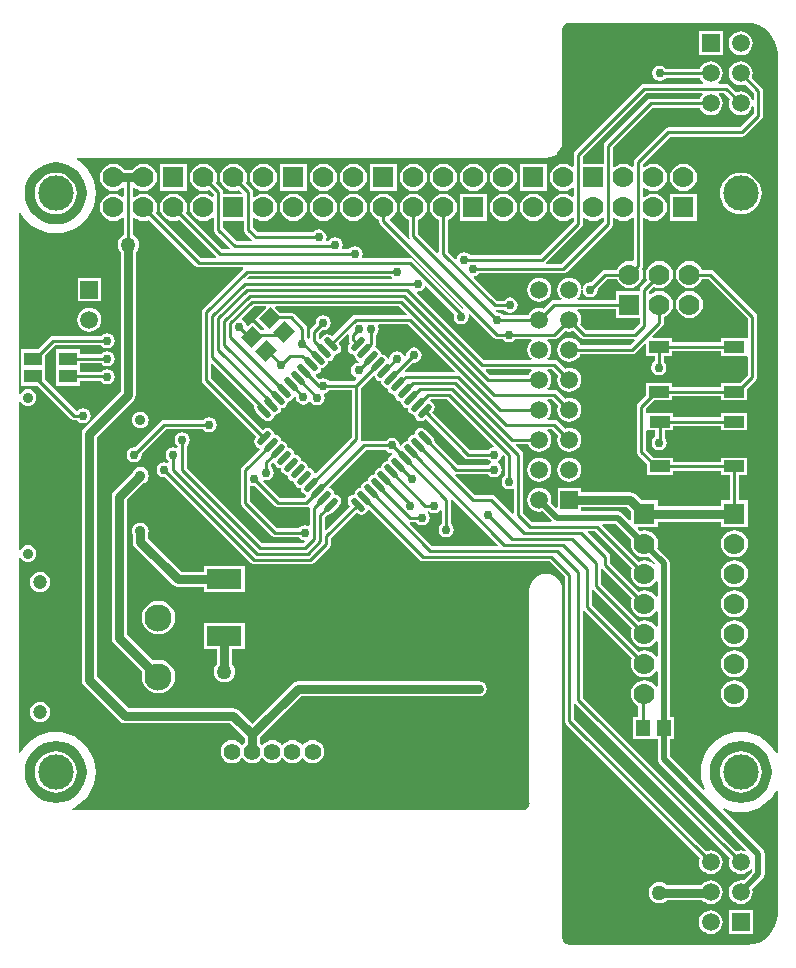
<source format=gtl>
G04 Layer_Physical_Order=1*
G04 Layer_Color=255*
%FSLAX25Y25*%
%MOIN*%
G70*
G01*
G75*
G04:AMPARAMS|DCode=10|XSize=55.12mil|YSize=47.24mil|CornerRadius=0mil|HoleSize=0mil|Usage=FLASHONLY|Rotation=225.000|XOffset=0mil|YOffset=0mil|HoleType=Round|Shape=Rectangle|*
%AMROTATEDRECTD10*
4,1,4,0.00278,0.03619,0.03619,0.00278,-0.00278,-0.03619,-0.03619,-0.00278,0.00278,0.03619,0.0*
%
%ADD10ROTATEDRECTD10*%

%ADD11R,0.06693X0.03937*%
%ADD12R,0.04528X0.05315*%
%ADD13R,0.05906X0.04331*%
%ADD14R,0.11614X0.06614*%
G04:AMPARAMS|DCode=15|XSize=21.65mil|YSize=57.09mil|CornerRadius=0mil|HoleSize=0mil|Usage=FLASHONLY|Rotation=135.000|XOffset=0mil|YOffset=0mil|HoleType=Round|Shape=Round|*
%AMOVALD15*
21,1,0.03543,0.02165,0.00000,0.00000,225.0*
1,1,0.02165,0.01253,0.01253*
1,1,0.02165,-0.01253,-0.01253*
%
%ADD15OVALD15*%

G04:AMPARAMS|DCode=16|XSize=21.65mil|YSize=57.09mil|CornerRadius=0mil|HoleSize=0mil|Usage=FLASHONLY|Rotation=45.000|XOffset=0mil|YOffset=0mil|HoleType=Round|Shape=Round|*
%AMOVALD16*
21,1,0.03543,0.02165,0.00000,0.00000,135.0*
1,1,0.02165,0.01253,-0.01253*
1,1,0.02165,-0.01253,0.01253*
%
%ADD16OVALD16*%

%ADD17C,0.01000*%
%ADD18C,0.02000*%
%ADD19C,0.03000*%
%ADD20C,0.11811*%
%ADD21C,0.04724*%
%ADD22C,0.09055*%
%ADD23C,0.05906*%
%ADD24R,0.05906X0.05906*%
%ADD25R,0.07000X0.07000*%
%ADD26C,0.07000*%
%ADD27R,0.07000X0.07000*%
%ADD28C,0.05600*%
%ADD29C,0.03543*%
%ADD30C,0.03000*%
%ADD31C,0.05000*%
G36*
X161208Y89991D02*
X161017Y89529D01*
X139271D01*
X131830Y96971D01*
X132037Y97471D01*
X134015D01*
X134198Y97198D01*
X135024Y96645D01*
X136000Y96451D01*
X136976Y96645D01*
X137802Y97198D01*
X138355Y98024D01*
X138549Y99000D01*
X138355Y99976D01*
X137867Y100706D01*
X137955Y101072D01*
X138050Y101239D01*
X138159Y101255D01*
X138198Y101198D01*
X139024Y100645D01*
X140000Y100451D01*
X140975Y100645D01*
X141802Y101198D01*
X141971Y101449D01*
X142471Y101298D01*
Y96985D01*
X142198Y96802D01*
X141645Y95976D01*
X141451Y95000D01*
X141645Y94024D01*
X142198Y93198D01*
X143025Y92645D01*
X144000Y92451D01*
X144975Y92645D01*
X145802Y93198D01*
X146355Y94024D01*
X146549Y95000D01*
X146355Y95976D01*
X145802Y96802D01*
X145529Y96985D01*
Y104908D01*
X145516Y104977D01*
X145977Y105223D01*
X161208Y89991D01*
D02*
G37*
G36*
X146638Y166941D02*
X146451Y166000D01*
X146645Y165024D01*
X147198Y164198D01*
X148024Y163645D01*
X149000Y163451D01*
X149976Y163645D01*
X150802Y164198D01*
X151355Y165024D01*
X151549Y166000D01*
X151405Y166725D01*
X151865Y166972D01*
X159919Y158919D01*
X160415Y158587D01*
X161000Y158471D01*
X163015D01*
X163198Y158198D01*
X164024Y157645D01*
X165000Y157451D01*
X165975Y157645D01*
X166802Y158198D01*
X166985Y158471D01*
X172208D01*
X172378Y157971D01*
X172181Y157819D01*
X171547Y156993D01*
X171149Y156032D01*
X171013Y155000D01*
X171149Y153968D01*
X171547Y153007D01*
X172181Y152181D01*
X172378Y152029D01*
X172208Y151529D01*
X156633D01*
X134152Y174010D01*
X134399Y174471D01*
X134500Y174451D01*
X135476Y174645D01*
X136302Y175198D01*
X136855Y176024D01*
X136868Y176089D01*
X137346Y176234D01*
X146638Y166941D01*
D02*
G37*
G36*
X124058Y121245D02*
X124885Y120693D01*
X125771Y120516D01*
X125909Y120393D01*
X125906Y120232D01*
X125751Y119852D01*
X125063Y119392D01*
X124602Y118703D01*
X124514Y118261D01*
X124365Y117862D01*
X123966Y117713D01*
X123524Y117625D01*
X122836Y117165D01*
X122375Y116476D01*
X122287Y116034D01*
X122138Y115635D01*
X121739Y115486D01*
X121297Y115398D01*
X120608Y114937D01*
X120148Y114249D01*
X120060Y113807D01*
X119911Y113408D01*
X119512Y113259D01*
X119070Y113171D01*
X118381Y112710D01*
X117921Y112021D01*
X117833Y111580D01*
X117684Y111181D01*
X117285Y111031D01*
X116843Y110943D01*
X116154Y110483D01*
X115694Y109794D01*
X115606Y109353D01*
X115457Y108953D01*
X115058Y108804D01*
X114616Y108716D01*
X113927Y108256D01*
X113467Y107567D01*
X113379Y107125D01*
X113230Y106726D01*
X112831Y106577D01*
X112389Y106489D01*
X111700Y106029D01*
X111240Y105340D01*
X111078Y104527D01*
X111240Y103715D01*
X111700Y103026D01*
X111871Y102855D01*
X103991Y94975D01*
X103529Y95166D01*
Y99095D01*
X104342Y99908D01*
X105106Y100060D01*
X105795Y100520D01*
X108300Y103026D01*
X108760Y103715D01*
X108922Y104527D01*
X108760Y105340D01*
X108300Y106029D01*
X107611Y106489D01*
X107169Y106577D01*
X106770Y106726D01*
X106621Y107125D01*
X106533Y107567D01*
X106073Y108256D01*
X105384Y108716D01*
X105021Y108789D01*
X104857Y109331D01*
X117044Y121518D01*
X123876D01*
X124058Y121245D01*
D02*
G37*
G36*
X84021Y169009D02*
X80163Y165150D01*
X83322Y161991D01*
X83130Y161529D01*
X82158D01*
X79350Y164337D01*
X77918Y162905D01*
X77439Y163051D01*
X77355Y163476D01*
X76802Y164302D01*
X75976Y164855D01*
X75911Y164868D01*
X75766Y165346D01*
X79891Y169471D01*
X83830D01*
X84021Y169009D01*
D02*
G37*
G36*
X200500Y165500D02*
X208471D01*
Y163634D01*
X206366Y161529D01*
X190633D01*
X188659Y163504D01*
X188851Y163968D01*
X188987Y165000D01*
X188851Y166032D01*
X188453Y166993D01*
X187819Y167819D01*
X187622Y167971D01*
X187792Y168471D01*
X200500D01*
Y165500D01*
D02*
G37*
G36*
X125698Y179198D02*
X125949Y179029D01*
X125798Y178529D01*
X77846D01*
X77654Y178991D01*
X78133Y179471D01*
X125515D01*
X125698Y179198D01*
D02*
G37*
G36*
X15791Y217199D02*
X17725Y216612D01*
X19508Y215660D01*
X21070Y214377D01*
X22353Y212815D01*
X23305Y211032D01*
X23892Y209098D01*
X24090Y207087D01*
X23892Y205075D01*
X23305Y203141D01*
X22353Y201358D01*
X21070Y199796D01*
X19508Y198514D01*
X17725Y197561D01*
X15791Y196974D01*
X13780Y196776D01*
X11768Y196974D01*
X9834Y197561D01*
X8051Y198514D01*
X6489Y199796D01*
X5206Y201358D01*
X4254Y203141D01*
X3667Y205075D01*
X3469Y207087D01*
X3667Y209098D01*
X4254Y211032D01*
X5206Y212815D01*
X6489Y214377D01*
X8051Y215660D01*
X9834Y216612D01*
X11768Y217199D01*
X13780Y217397D01*
X15791Y217199D01*
D02*
G37*
G36*
X205711Y91641D02*
X205616Y91411D01*
X205461Y90236D01*
X205616Y89061D01*
X206069Y87967D01*
X206791Y87027D01*
X207731Y86305D01*
X208825Y85852D01*
X210000Y85697D01*
X211175Y85852D01*
X211405Y85947D01*
X213498Y83855D01*
X213167Y83478D01*
X212269Y84167D01*
X211175Y84620D01*
X210000Y84775D01*
X208825Y84620D01*
X208085Y84314D01*
X195900Y96499D01*
X196092Y96961D01*
X200392D01*
X205711Y91641D01*
D02*
G37*
G36*
X76471Y195000D02*
X76587Y194415D01*
X76919Y193919D01*
X79308Y191529D01*
X79171Y191092D01*
X79123Y191029D01*
X74133D01*
X69529Y195633D01*
Y197894D01*
X76471D01*
Y195000D01*
D02*
G37*
G36*
X190731Y198463D02*
X191825Y198010D01*
X193000Y197855D01*
X194175Y198010D01*
X195269Y198463D01*
X195971Y199001D01*
X196471Y198754D01*
Y197634D01*
X182367Y183529D01*
X177377D01*
X177329Y183592D01*
X177192Y184029D01*
X189081Y195919D01*
X189413Y196415D01*
X189529Y197000D01*
Y198754D01*
X190029Y199001D01*
X190731Y198463D01*
D02*
G37*
G36*
X200731D02*
X201825Y198010D01*
X203000Y197855D01*
X204175Y198010D01*
X205269Y198463D01*
X205971Y199001D01*
X206471Y198754D01*
Y184747D01*
X205971Y184411D01*
X205000Y184539D01*
X203825Y184384D01*
X202731Y183931D01*
X201791Y183209D01*
X201069Y182269D01*
X200763Y181529D01*
X197000D01*
X196415Y181413D01*
X195919Y181081D01*
X192322Y177485D01*
X192000Y177549D01*
X191024Y177355D01*
X190198Y176802D01*
X189645Y175976D01*
X189475Y175121D01*
X188969Y175138D01*
X188851Y176032D01*
X188453Y176993D01*
X187819Y177819D01*
X186993Y178453D01*
X186032Y178851D01*
X185000Y178987D01*
X183968Y178851D01*
X183007Y178453D01*
X182181Y177819D01*
X181547Y176993D01*
X181149Y176032D01*
X181013Y175000D01*
X181149Y173968D01*
X181547Y173007D01*
X182181Y172181D01*
X182378Y172029D01*
X182209Y171529D01*
X180000D01*
X179415Y171413D01*
X178919Y171081D01*
X176496Y168659D01*
X176032Y168851D01*
X175000Y168987D01*
X173968Y168851D01*
X173007Y168453D01*
X172181Y167819D01*
X171547Y166993D01*
X171355Y166529D01*
X162985D01*
X162802Y166802D01*
X161976Y167355D01*
X161000Y167549D01*
X160738Y167497D01*
X160405Y167858D01*
X160582Y168288D01*
X163198D01*
X163381Y168015D01*
X164208Y167462D01*
X165183Y167268D01*
X166159Y167462D01*
X166985Y168015D01*
X167538Y168841D01*
X167732Y169817D01*
X167538Y170792D01*
X166985Y171619D01*
X166159Y172172D01*
X165183Y172366D01*
X164208Y172172D01*
X163381Y171619D01*
X163198Y171346D01*
X160817D01*
X153185Y178978D01*
X153349Y179520D01*
X153975Y179645D01*
X154802Y180198D01*
X154985Y180471D01*
X183000D01*
X183585Y180587D01*
X184081Y180919D01*
X199081Y195919D01*
X199413Y196415D01*
X199529Y197000D01*
Y198754D01*
X200029Y199001D01*
X200731Y198463D01*
D02*
G37*
G36*
X130846Y166991D02*
X130654Y166529D01*
X113757D01*
X113172Y166413D01*
X112676Y166081D01*
X105934Y159340D01*
X105795Y159480D01*
X105106Y159940D01*
X104293Y160101D01*
X103480Y159940D01*
X102792Y159480D01*
X102331Y158791D01*
X102314Y158705D01*
X101770Y158516D01*
X101529Y158707D01*
Y160366D01*
X102678Y161515D01*
X103000Y161451D01*
X103975Y161645D01*
X104802Y162198D01*
X105355Y163024D01*
X105549Y164000D01*
X105355Y164976D01*
X104802Y165802D01*
X103975Y166355D01*
X103000Y166549D01*
X102024Y166355D01*
X101198Y165802D01*
X100645Y164976D01*
X100451Y164000D01*
X100515Y163678D01*
X98919Y162081D01*
X98587Y161585D01*
X98471Y161000D01*
Y158702D01*
X97971Y158551D01*
X97802Y158802D01*
X97529Y158985D01*
Y162000D01*
X97413Y162585D01*
X97081Y163081D01*
X93266Y166896D01*
X92770Y167228D01*
X92185Y167344D01*
X88592D01*
X86927Y169009D01*
X87119Y169471D01*
X128366D01*
X130846Y166991D01*
D02*
G37*
G36*
X159815Y123022D02*
X159651Y122479D01*
X159025Y122355D01*
X158198Y121802D01*
X158015Y121529D01*
X151813D01*
X139308Y134034D01*
X139480Y134205D01*
X139940Y134894D01*
X140102Y135707D01*
X139940Y136520D01*
X139480Y137208D01*
X138791Y137669D01*
X138705Y137686D01*
X138516Y138230D01*
X138707Y138471D01*
X144367D01*
X159815Y123022D01*
D02*
G37*
G36*
X86669Y117162D02*
X86741Y116799D01*
X87202Y116110D01*
X87891Y115650D01*
X88332Y115562D01*
X88731Y115413D01*
X88881Y115014D01*
X88969Y114572D01*
X89429Y113883D01*
X90118Y113423D01*
X90560Y113335D01*
X90959Y113186D01*
X91108Y112787D01*
X91196Y112345D01*
X91656Y111656D01*
X92345Y111196D01*
X92787Y111108D01*
X93186Y110959D01*
X93335Y110559D01*
X93423Y110118D01*
X93883Y109429D01*
X94572Y108969D01*
X95014Y108881D01*
X95413Y108731D01*
X95562Y108332D01*
X95650Y107891D01*
X96110Y107202D01*
X96799Y106741D01*
X97162Y106669D01*
X97326Y106127D01*
X96729Y105529D01*
X88634D01*
X83028Y111135D01*
X83275Y111595D01*
X84000Y111451D01*
X84975Y111645D01*
X85802Y112198D01*
X86355Y113024D01*
X86549Y114000D01*
X86355Y114976D01*
X85802Y115802D01*
X85529Y115985D01*
Y116729D01*
X86127Y117326D01*
X86669Y117162D01*
D02*
G37*
G36*
X120076Y146114D02*
X120148Y145752D01*
X120608Y145063D01*
X121297Y144602D01*
X121739Y144514D01*
X122138Y144365D01*
X122287Y143966D01*
X122375Y143524D01*
X122836Y142835D01*
X123524Y142375D01*
X123966Y142287D01*
X124365Y142138D01*
X124514Y141739D01*
X124602Y141297D01*
X125063Y140608D01*
X125751Y140148D01*
X126193Y140060D01*
X126592Y139911D01*
X126742Y139512D01*
X126829Y139070D01*
X127290Y138381D01*
X127979Y137921D01*
X128420Y137833D01*
X128819Y137684D01*
X128969Y137285D01*
X129057Y136843D01*
X129517Y136154D01*
X130206Y135694D01*
X130648Y135606D01*
X131046Y135457D01*
X131196Y135058D01*
X131284Y134616D01*
X131744Y133927D01*
X132433Y133467D01*
X132875Y133379D01*
X133274Y133230D01*
X133423Y132831D01*
X133511Y132389D01*
X133971Y131700D01*
X134660Y131240D01*
X135473Y131078D01*
X136285Y131240D01*
X136974Y131700D01*
X137145Y131871D01*
X150098Y118919D01*
X150594Y118587D01*
X151180Y118471D01*
X158015D01*
X158198Y118198D01*
X158816Y117784D01*
Y117216D01*
X158198Y116802D01*
X158015Y116529D01*
X147905D01*
X140092Y124342D01*
X139940Y125106D01*
X139480Y125795D01*
X136974Y128300D01*
X136285Y128760D01*
X135473Y128922D01*
X134660Y128760D01*
X133971Y128300D01*
X133511Y127611D01*
X133423Y127169D01*
X133274Y126770D01*
X132875Y126621D01*
X132433Y126533D01*
X131744Y126073D01*
X131284Y125384D01*
X131196Y124942D01*
X131046Y124543D01*
X130648Y124394D01*
X130206Y124306D01*
X129517Y123846D01*
X129057Y123157D01*
X128677Y123002D01*
X128515Y122999D01*
X128392Y123137D01*
X128216Y124023D01*
X127663Y124850D01*
X126836Y125403D01*
X125861Y125597D01*
X124885Y125403D01*
X124058Y124850D01*
X123876Y124577D01*
X116410D01*
X115917Y124479D01*
X115627Y124671D01*
X115477Y124830D01*
X115529Y125092D01*
Y142275D01*
X119533Y146279D01*
X120076Y146114D01*
D02*
G37*
G36*
X163471Y119367D02*
Y112985D01*
X163198Y112802D01*
X162645Y111976D01*
X162451Y111000D01*
X162645Y110024D01*
X163198Y109198D01*
X164024Y108645D01*
X165000Y108451D01*
X165975Y108645D01*
X166030Y108681D01*
X166471Y108446D01*
Y100399D01*
X165971Y100192D01*
X160081Y106081D01*
X159585Y106413D01*
X159000Y106529D01*
X153450D01*
X146956Y113023D01*
X147203Y113484D01*
X147271Y113471D01*
X158015D01*
X158198Y113198D01*
X159025Y112645D01*
X160000Y112451D01*
X160976Y112645D01*
X161802Y113198D01*
X162355Y114024D01*
X162549Y115000D01*
X162355Y115975D01*
X161802Y116802D01*
X161184Y117216D01*
Y117784D01*
X161802Y118198D01*
X162355Y119025D01*
X162479Y119650D01*
X163022Y119815D01*
X163471Y119367D01*
D02*
G37*
G36*
X80025Y136343D02*
X79899Y135707D01*
X80060Y134894D01*
X80520Y134205D01*
X83026Y131700D01*
X83715Y131240D01*
X84527Y131078D01*
X85340Y131240D01*
X86029Y131700D01*
X86489Y132389D01*
X86577Y132831D01*
X86726Y133230D01*
X87125Y133379D01*
X87567Y133467D01*
X88256Y133927D01*
X88716Y134616D01*
X88804Y135058D01*
X88954Y135457D01*
X89353Y135606D01*
X89794Y135694D01*
X90483Y136154D01*
X90943Y136843D01*
X91031Y137285D01*
X91181Y137684D01*
X91580Y137833D01*
X92021Y137921D01*
X92710Y138381D01*
X93171Y139070D01*
X93550Y139225D01*
X93712Y139228D01*
X93835Y139090D01*
X94011Y138204D01*
X94564Y137377D01*
X95391Y136825D01*
X96366Y136630D01*
X97342Y136825D01*
X98169Y137377D01*
X98322Y137607D01*
X98924D01*
X99198Y137198D01*
X100024Y136645D01*
X101000Y136451D01*
X101976Y136645D01*
X102802Y137198D01*
X103355Y138025D01*
X103549Y139000D01*
X103355Y139976D01*
X103283Y140083D01*
X103474Y140545D01*
X103975Y140645D01*
X104802Y141198D01*
X104924Y141379D01*
X112471D01*
Y125725D01*
X100467Y113721D01*
X99924Y113886D01*
X99852Y114249D01*
X99392Y114937D01*
X98703Y115398D01*
X98261Y115486D01*
X97862Y115635D01*
X97713Y116034D01*
X97625Y116476D01*
X97164Y117165D01*
X96476Y117625D01*
X96034Y117713D01*
X95635Y117862D01*
X95486Y118261D01*
X95398Y118703D01*
X94937Y119392D01*
X94248Y119852D01*
X93807Y119940D01*
X93408Y120089D01*
X93259Y120488D01*
X93171Y120930D01*
X92710Y121619D01*
X92021Y122079D01*
X91580Y122167D01*
X91181Y122316D01*
X91031Y122715D01*
X90943Y123157D01*
X90483Y123846D01*
X89794Y124306D01*
X89353Y124394D01*
X88954Y124543D01*
X88804Y124942D01*
X88716Y125384D01*
X88256Y126073D01*
X87567Y126533D01*
X87125Y126621D01*
X86726Y126770D01*
X86577Y127169D01*
X86489Y127611D01*
X86029Y128300D01*
X85340Y128760D01*
X84527Y128922D01*
X83715Y128760D01*
X83026Y128300D01*
X82855Y128129D01*
X65529Y145454D01*
Y150185D01*
X65991Y150376D01*
X80025Y136343D01*
D02*
G37*
G36*
X111065Y160055D02*
X111471Y159843D01*
Y158179D01*
X111587Y157594D01*
X111881Y157155D01*
X111700Y156974D01*
X111240Y156285D01*
X111078Y155473D01*
X111240Y154660D01*
X111700Y153971D01*
X112389Y153511D01*
X112831Y153423D01*
X113230Y153274D01*
X113379Y152875D01*
X113467Y152433D01*
X113927Y151744D01*
X114616Y151284D01*
X114771Y150904D01*
X114774Y150742D01*
X114636Y150619D01*
X113750Y150443D01*
X112923Y149890D01*
X112370Y149063D01*
X112176Y148088D01*
X112370Y147113D01*
X112923Y146285D01*
X113750Y145733D01*
X113990Y145685D01*
X114135Y145207D01*
X113366Y144438D01*
X105046D01*
X104802Y144802D01*
X103975Y145355D01*
X103000Y145549D01*
X102024Y145355D01*
X101567Y145050D01*
X100402Y146215D01*
X100567Y146757D01*
X100930Y146829D01*
X101619Y147290D01*
X102079Y147979D01*
X102167Y148420D01*
X102316Y148819D01*
X102715Y148969D01*
X103157Y149056D01*
X103846Y149517D01*
X104306Y150206D01*
X104394Y150647D01*
X104543Y151047D01*
X104942Y151196D01*
X105384Y151284D01*
X106073Y151744D01*
X106533Y152433D01*
X106621Y152875D01*
X106770Y153274D01*
X107169Y153423D01*
X107611Y153511D01*
X108300Y153971D01*
X108760Y154660D01*
X108922Y155473D01*
X108760Y156285D01*
X108300Y156974D01*
X108097Y157177D01*
X110986Y160066D01*
X111065Y160055D01*
D02*
G37*
G36*
X183968Y161149D02*
X185000Y161013D01*
X186032Y161149D01*
X186496Y161341D01*
X188919Y158919D01*
X189415Y158587D01*
X190000Y158471D01*
X206601D01*
X206808Y157971D01*
X205366Y156529D01*
X188645D01*
X188453Y156993D01*
X187819Y157819D01*
X186993Y158453D01*
X186032Y158851D01*
X185000Y158987D01*
X183968Y158851D01*
X183007Y158453D01*
X182181Y157819D01*
X181547Y156993D01*
X181149Y156032D01*
X181013Y155000D01*
X181149Y153968D01*
X181547Y153007D01*
X182181Y152181D01*
X183007Y151547D01*
X183968Y151149D01*
X185000Y151013D01*
X186032Y151149D01*
X186993Y151547D01*
X187819Y152181D01*
X188453Y153007D01*
X188645Y153471D01*
X206000D01*
X206585Y153587D01*
X207081Y153919D01*
X210192Y157029D01*
X210653Y156837D01*
Y152992D01*
X213471D01*
Y151077D01*
X213001Y150763D01*
X212448Y149936D01*
X212254Y148961D01*
X212448Y147985D01*
X213001Y147158D01*
X213828Y146606D01*
X214803Y146412D01*
X215779Y146606D01*
X216605Y147158D01*
X217158Y147985D01*
X217352Y148961D01*
X217158Y149936D01*
X216605Y150763D01*
X216529Y150814D01*
Y152992D01*
X219346D01*
Y154431D01*
X235457D01*
Y152992D01*
X244150D01*
X244471Y152625D01*
Y146634D01*
X241806Y143968D01*
X235457D01*
Y142529D01*
X219346D01*
Y143968D01*
X210653D01*
Y139816D01*
X207919Y137081D01*
X207587Y136585D01*
X207471Y136000D01*
Y121000D01*
X207587Y120415D01*
X207919Y119919D01*
X210850Y116987D01*
Y113071D01*
X219543D01*
Y114510D01*
X235653D01*
Y113071D01*
X238471D01*
Y104736D01*
X235500D01*
Y102785D01*
X214500D01*
Y104736D01*
X209105D01*
X207039Y106802D01*
X206212Y107355D01*
X205236Y107549D01*
X188953D01*
Y108953D01*
X181047D01*
Y102490D01*
X180585Y102298D01*
X178858Y104025D01*
X178987Y105000D01*
X178851Y106032D01*
X178453Y106993D01*
X177819Y107819D01*
X176993Y108453D01*
X176032Y108851D01*
X175000Y108987D01*
X173968Y108851D01*
X173007Y108453D01*
X172181Y107819D01*
X171547Y106993D01*
X171149Y106032D01*
X171013Y105000D01*
X171149Y103968D01*
X171547Y103007D01*
X172181Y102181D01*
X173007Y101547D01*
X173968Y101149D01*
X175000Y101013D01*
X175975Y101142D01*
X179087Y98029D01*
X178880Y97529D01*
X172634D01*
X169529Y100634D01*
Y120000D01*
X169413Y120585D01*
X169081Y121081D01*
X167154Y123009D01*
X167346Y123471D01*
X171355D01*
X171547Y123007D01*
X172181Y122181D01*
X173007Y121547D01*
X173968Y121149D01*
X175000Y121013D01*
X176032Y121149D01*
X176993Y121547D01*
X177819Y122181D01*
X178453Y123007D01*
X178851Y123968D01*
X178987Y125000D01*
X178851Y126032D01*
X178453Y126993D01*
X177819Y127819D01*
X177622Y127971D01*
X177792Y128471D01*
X179367D01*
X181341Y126496D01*
X181149Y126032D01*
X181013Y125000D01*
X181149Y123968D01*
X181547Y123007D01*
X182181Y122181D01*
X183007Y121547D01*
X183968Y121149D01*
X185000Y121013D01*
X186032Y121149D01*
X186993Y121547D01*
X187819Y122181D01*
X188453Y123007D01*
X188851Y123968D01*
X188987Y125000D01*
X188851Y126032D01*
X188453Y126993D01*
X187819Y127819D01*
X186993Y128453D01*
X186032Y128851D01*
X185000Y128987D01*
X183968Y128851D01*
X183504Y128659D01*
X181081Y131081D01*
X180585Y131413D01*
X180000Y131529D01*
X177792D01*
X177622Y132029D01*
X177819Y132181D01*
X178453Y133007D01*
X178851Y133968D01*
X178987Y135000D01*
X178851Y136032D01*
X178453Y136993D01*
X177819Y137819D01*
X177622Y137971D01*
X177792Y138471D01*
X179367D01*
X181341Y136496D01*
X181149Y136032D01*
X181013Y135000D01*
X181149Y133968D01*
X181547Y133007D01*
X182181Y132181D01*
X183007Y131547D01*
X183968Y131149D01*
X185000Y131013D01*
X186032Y131149D01*
X186993Y131547D01*
X187819Y132181D01*
X188453Y133007D01*
X188851Y133968D01*
X188987Y135000D01*
X188851Y136032D01*
X188453Y136993D01*
X187819Y137819D01*
X186993Y138453D01*
X186032Y138851D01*
X185000Y138987D01*
X183968Y138851D01*
X183504Y138659D01*
X181081Y141081D01*
X180585Y141413D01*
X180000Y141529D01*
X177792D01*
X177622Y142029D01*
X177819Y142181D01*
X178453Y143007D01*
X178851Y143968D01*
X178987Y145000D01*
X178851Y146032D01*
X178453Y146993D01*
X177819Y147819D01*
X177622Y147971D01*
X177792Y148471D01*
X179367D01*
X181341Y146496D01*
X181149Y146032D01*
X181013Y145000D01*
X181149Y143968D01*
X181547Y143007D01*
X182181Y142181D01*
X183007Y141547D01*
X183968Y141149D01*
X185000Y141013D01*
X186032Y141149D01*
X186993Y141547D01*
X187819Y142181D01*
X188453Y143007D01*
X188851Y143968D01*
X188987Y145000D01*
X188851Y146032D01*
X188453Y146993D01*
X187819Y147819D01*
X186993Y148453D01*
X186032Y148851D01*
X185000Y148987D01*
X183968Y148851D01*
X183504Y148659D01*
X181081Y151081D01*
X180585Y151413D01*
X180000Y151529D01*
X177792D01*
X177622Y152029D01*
X177819Y152181D01*
X178453Y153007D01*
X178851Y153968D01*
X178987Y155000D01*
X178851Y156032D01*
X178453Y156993D01*
X177819Y157819D01*
X177622Y157971D01*
X177792Y158471D01*
X180000D01*
X180585Y158587D01*
X181081Y158919D01*
X183504Y161341D01*
X183968Y161149D01*
D02*
G37*
G36*
X79024Y109645D02*
X80000Y109451D01*
X80322Y109515D01*
X86919Y102919D01*
X87415Y102587D01*
X88000Y102471D01*
X97363D01*
X97948Y102587D01*
X98055Y102659D01*
X98505Y102358D01*
X98471Y102183D01*
Y96365D01*
X98030Y96129D01*
X97692Y96355D01*
X96716Y96549D01*
X95741Y96355D01*
X94914Y95802D01*
X94732Y95529D01*
X87634D01*
X78529Y104633D01*
Y109446D01*
X78970Y109681D01*
X79024Y109645D01*
D02*
G37*
G36*
X205500Y101131D02*
Y98273D01*
X205038Y98082D01*
X202678Y100442D01*
X202017Y100884D01*
X201236Y101039D01*
X189449D01*
X188953Y101047D01*
Y102451D01*
X204180D01*
X205500Y101131D01*
D02*
G37*
G36*
X172378Y147971D02*
X172181Y147819D01*
X171547Y146993D01*
X171355Y146529D01*
X158633D01*
X157154Y148009D01*
X157346Y148471D01*
X172208D01*
X172378Y147971D01*
D02*
G37*
G36*
X146846Y147991D02*
X146654Y147529D01*
X130454D01*
X130386Y147516D01*
X130139Y147977D01*
X132861Y150698D01*
X133183Y150634D01*
X134159Y150828D01*
X134985Y151381D01*
X135538Y152208D01*
X135732Y153183D01*
X135538Y154159D01*
X134985Y154985D01*
X134159Y155538D01*
X133183Y155732D01*
X132208Y155538D01*
X131381Y154985D01*
X130828Y154159D01*
X130634Y153183D01*
X130674Y152985D01*
X130422Y152747D01*
X129915Y152905D01*
X129901Y152975D01*
X129348Y153802D01*
X128521Y154355D01*
X127546Y154549D01*
X126570Y154355D01*
X125743Y153802D01*
X125191Y152975D01*
X125015Y152089D01*
X124891Y151952D01*
X124730Y151955D01*
X124350Y152109D01*
X123890Y152798D01*
X123201Y153259D01*
X122759Y153346D01*
X122360Y153496D01*
X122211Y153895D01*
X122123Y154336D01*
X121663Y155025D01*
X120974Y155486D01*
X120570Y155566D01*
X120340Y156122D01*
X120413Y156232D01*
X120529Y156817D01*
Y160015D01*
X120802Y160198D01*
X121355Y161024D01*
X121549Y162000D01*
X121355Y162976D01*
X121319Y163030D01*
X121554Y163471D01*
X131367D01*
X146846Y147991D01*
D02*
G37*
G36*
X244139Y24292D02*
X246074Y23705D01*
X247858Y22752D01*
X249421Y21469D01*
X250705Y19905D01*
X251658Y18122D01*
X252245Y16186D01*
X252443Y14173D01*
X252245Y12160D01*
X251658Y10225D01*
X250705Y8441D01*
X249421Y6878D01*
X247858Y5595D01*
X246074Y4641D01*
X244139Y4054D01*
X242126Y3856D01*
X240113Y4054D01*
X238178Y4641D01*
X236394Y5595D01*
X234831Y6878D01*
X233547Y8441D01*
X232594Y10225D01*
X232007Y12160D01*
X231809Y14173D01*
X232007Y16186D01*
X232594Y18122D01*
X233547Y19905D01*
X234831Y21469D01*
X236394Y22752D01*
X238178Y23705D01*
X240113Y24292D01*
X242126Y24490D01*
X244139Y24292D01*
D02*
G37*
G36*
X229426Y239997D02*
X229307Y239906D01*
X228673Y239080D01*
X228481Y238616D01*
X212087D01*
X211501Y238500D01*
X211005Y238168D01*
X196919Y224081D01*
X196587Y223585D01*
X196471Y223000D01*
Y216894D01*
X189529D01*
Y219367D01*
X210633Y240471D01*
X229265D01*
X229426Y239997D01*
D02*
G37*
G36*
X205922Y62151D02*
X205616Y61411D01*
X205461Y60236D01*
X205616Y59061D01*
X206069Y57967D01*
X206791Y57027D01*
X207731Y56305D01*
X208825Y55852D01*
X210000Y55697D01*
X211175Y55852D01*
X212269Y56305D01*
X213209Y57027D01*
X213906Y57934D01*
X213959Y57936D01*
X214406Y57664D01*
Y52809D01*
X213959Y52536D01*
X213906Y52538D01*
X213209Y53446D01*
X212269Y54167D01*
X211175Y54620D01*
X210000Y54775D01*
X208825Y54620D01*
X208085Y54314D01*
X192529Y69870D01*
Y74859D01*
X192592Y74907D01*
X193029Y75044D01*
X205922Y62151D01*
D02*
G37*
G36*
X15792Y24292D02*
X17728Y23705D01*
X19512Y22752D01*
X21075Y21469D01*
X22358Y19905D01*
X23311Y18122D01*
X23899Y16186D01*
X24097Y14173D01*
X23899Y12160D01*
X23311Y10225D01*
X22358Y8441D01*
X21075Y6878D01*
X19512Y5595D01*
X17728Y4641D01*
X15792Y4054D01*
X13780Y3856D01*
X11767Y4054D01*
X9831Y4641D01*
X8048Y5595D01*
X6484Y6878D01*
X5201Y8441D01*
X4248Y10225D01*
X3661Y12160D01*
X3462Y14173D01*
X3661Y16186D01*
X4248Y18122D01*
X5201Y19905D01*
X6484Y21469D01*
X8048Y22752D01*
X9831Y23705D01*
X11767Y24292D01*
X13780Y24490D01*
X15792Y24292D01*
D02*
G37*
G36*
X205922Y52151D02*
X205616Y51411D01*
X205461Y50236D01*
X205616Y49062D01*
X206069Y47967D01*
X206791Y47027D01*
X207731Y46306D01*
X208825Y45852D01*
X210000Y45697D01*
X211175Y45852D01*
X212269Y46306D01*
X213209Y47027D01*
X213906Y47934D01*
X213959Y47936D01*
X214406Y47664D01*
Y42809D01*
X213959Y42536D01*
X213906Y42538D01*
X213209Y43446D01*
X212269Y44167D01*
X211175Y44620D01*
X210000Y44775D01*
X208825Y44620D01*
X207731Y44167D01*
X206791Y43446D01*
X206069Y42506D01*
X205616Y41411D01*
X205461Y40236D01*
X205616Y39061D01*
X206069Y37967D01*
X206791Y37027D01*
X207731Y36305D01*
X208026Y36183D01*
Y32658D01*
X206291D01*
Y25343D01*
X212819D01*
Y25343D01*
X213181D01*
Y25343D01*
X214406D01*
Y18555D01*
X214561Y17775D01*
X215003Y17113D01*
X243829Y-11712D01*
X243545Y-12136D01*
X243158Y-11976D01*
X242126Y-11840D01*
X241094Y-11976D01*
X240630Y-12168D01*
X189529Y38933D01*
Y67859D01*
X189592Y67907D01*
X190029Y68044D01*
X205922Y52151D01*
D02*
G37*
G36*
Y72151D02*
X205616Y71411D01*
X205461Y70236D01*
X205616Y69061D01*
X206069Y67967D01*
X206791Y67027D01*
X207731Y66306D01*
X208825Y65852D01*
X210000Y65697D01*
X211175Y65852D01*
X212269Y66306D01*
X213209Y67027D01*
X213906Y67934D01*
X213959Y67936D01*
X214406Y67664D01*
Y62809D01*
X213959Y62536D01*
X213906Y62538D01*
X213209Y63446D01*
X212269Y64167D01*
X211175Y64620D01*
X210000Y64775D01*
X208825Y64620D01*
X208085Y64314D01*
X195529Y76870D01*
Y81859D01*
X195592Y81907D01*
X196029Y82044D01*
X205922Y72151D01*
D02*
G37*
G36*
X246111Y263735D02*
X248046Y263148D01*
X249828Y262195D01*
X251391Y260913D01*
X252673Y259350D01*
X253626Y257568D01*
X254213Y255633D01*
X254399Y253738D01*
X254376Y253622D01*
Y20628D01*
X253876Y20487D01*
X252933Y22025D01*
X251572Y23619D01*
X249978Y24981D01*
X248191Y26076D01*
X246254Y26878D01*
X244216Y27367D01*
X242126Y27532D01*
X240036Y27367D01*
X237998Y26878D01*
X236061Y26076D01*
X234274Y24981D01*
X232680Y23619D01*
X231318Y22025D01*
X230223Y20238D01*
X229421Y18301D01*
X228932Y16263D01*
X228767Y14173D01*
X228932Y12083D01*
X229421Y10045D01*
X230040Y8551D01*
X229616Y8268D01*
X218484Y19400D01*
Y25343D01*
X219709D01*
Y32658D01*
X218484D01*
Y83791D01*
X218484Y83791D01*
X218329Y84572D01*
X217887Y85233D01*
X214289Y88831D01*
X214384Y89061D01*
X214539Y90236D01*
X214384Y91411D01*
X213931Y92506D01*
X213209Y93446D01*
X212269Y94167D01*
X211175Y94620D01*
X210000Y94775D01*
X208825Y94620D01*
X208595Y94525D01*
X207846Y95274D01*
X208037Y95736D01*
X214500D01*
Y97687D01*
X235500D01*
Y95736D01*
X244500D01*
Y104736D01*
X241529D01*
Y113071D01*
X244346D01*
Y119008D01*
X235653D01*
Y117569D01*
X219543D01*
Y119008D01*
X213155D01*
X210529Y121634D01*
Y127664D01*
X210850Y128032D01*
X211029Y128032D01*
X213667D01*
Y126116D01*
X213198Y125802D01*
X212645Y124976D01*
X212451Y124000D01*
X212645Y123024D01*
X213198Y122198D01*
X214024Y121645D01*
X215000Y121451D01*
X215975Y121645D01*
X216802Y122198D01*
X217355Y123024D01*
X217549Y124000D01*
X217355Y124976D01*
X216802Y125802D01*
X216726Y125853D01*
Y128032D01*
X219543D01*
Y129471D01*
X235653D01*
Y128032D01*
X244346D01*
Y133968D01*
X235653D01*
Y132529D01*
X219543D01*
Y133968D01*
X211029D01*
X210850Y133968D01*
X210529Y134335D01*
Y135366D01*
X213194Y138031D01*
X219346D01*
Y139471D01*
X235457D01*
Y138031D01*
X244150D01*
Y141987D01*
X247081Y144919D01*
X247413Y145415D01*
X247529Y146000D01*
Y166000D01*
X247413Y166585D01*
X247081Y167081D01*
X233081Y181081D01*
X232585Y181413D01*
X232000Y181529D01*
X229237D01*
X228931Y182269D01*
X228209Y183209D01*
X227269Y183931D01*
X226175Y184384D01*
X225000Y184539D01*
X223825Y184384D01*
X222731Y183931D01*
X221791Y183209D01*
X221069Y182269D01*
X220616Y181175D01*
X220461Y180000D01*
X220616Y178825D01*
X221069Y177731D01*
X221791Y176791D01*
X222731Y176069D01*
X223825Y175616D01*
X225000Y175461D01*
X226175Y175616D01*
X227269Y176069D01*
X228209Y176791D01*
X228931Y177731D01*
X229237Y178471D01*
X231366D01*
X244471Y165366D01*
Y159296D01*
X244150Y158929D01*
X235457D01*
Y157490D01*
X219346D01*
Y158929D01*
X212745D01*
X212554Y159391D01*
X216081Y162919D01*
X216413Y163415D01*
X216529Y164000D01*
Y165763D01*
X217269Y166069D01*
X218209Y166791D01*
X218931Y167731D01*
X219384Y168825D01*
X219539Y170000D01*
X219384Y171175D01*
X218931Y172269D01*
X218209Y173209D01*
X217269Y173931D01*
X216175Y174384D01*
X215000Y174539D01*
X213825Y174384D01*
X212731Y173931D01*
X212029Y173393D01*
X211529Y173639D01*
Y174366D01*
X213085Y175922D01*
X213825Y175616D01*
X215000Y175461D01*
X216175Y175616D01*
X217269Y176069D01*
X218209Y176791D01*
X218931Y177731D01*
X219384Y178825D01*
X219539Y180000D01*
X219384Y181175D01*
X218931Y182269D01*
X218209Y183209D01*
X217269Y183931D01*
X216175Y184384D01*
X215000Y184539D01*
X213825Y184384D01*
X212731Y183931D01*
X211791Y183209D01*
X211069Y182269D01*
X210616Y181175D01*
X210461Y180000D01*
X210616Y178825D01*
X210922Y178085D01*
X208919Y176081D01*
X208587Y175585D01*
X208471Y175000D01*
Y174500D01*
X200500D01*
Y171529D01*
X187792D01*
X187622Y172029D01*
X187819Y172181D01*
X188453Y173007D01*
X188851Y173968D01*
X188969Y174862D01*
X189475Y174879D01*
X189645Y174024D01*
X190198Y173198D01*
X191024Y172645D01*
X192000Y172451D01*
X192975Y172645D01*
X193802Y173198D01*
X194355Y174024D01*
X194549Y175000D01*
X194485Y175322D01*
X197634Y178471D01*
X200763D01*
X201069Y177731D01*
X201791Y176791D01*
X202731Y176069D01*
X203825Y175616D01*
X205000Y175461D01*
X206175Y175616D01*
X207269Y176069D01*
X208209Y176791D01*
X208931Y177731D01*
X209384Y178825D01*
X209539Y180000D01*
X209384Y181175D01*
X209078Y181915D01*
X209081Y181919D01*
X209413Y182415D01*
X209529Y183000D01*
Y198754D01*
X210029Y199001D01*
X210731Y198463D01*
X211825Y198010D01*
X213000Y197855D01*
X214175Y198010D01*
X215269Y198463D01*
X216209Y199184D01*
X216931Y200124D01*
X217384Y201219D01*
X217539Y202394D01*
X217384Y203568D01*
X216931Y204663D01*
X216209Y205603D01*
X215269Y206324D01*
X214175Y206778D01*
X213000Y206932D01*
X211825Y206778D01*
X210731Y206324D01*
X210029Y205786D01*
X209529Y206033D01*
Y208754D01*
X210029Y209001D01*
X210731Y208463D01*
X211825Y208010D01*
X213000Y207855D01*
X214175Y208010D01*
X215269Y208463D01*
X216209Y209184D01*
X216931Y210124D01*
X217384Y211219D01*
X217539Y212394D01*
X217384Y213568D01*
X216931Y214663D01*
X216209Y215603D01*
X215269Y216324D01*
X214175Y216778D01*
X213000Y216933D01*
X211825Y216778D01*
X210731Y216324D01*
X210029Y215786D01*
X209529Y216033D01*
Y216866D01*
X218634Y225971D01*
X242500D01*
X243085Y226087D01*
X243581Y226419D01*
X249081Y231919D01*
X249413Y232415D01*
X249529Y233000D01*
Y241213D01*
X249413Y241798D01*
X249081Y242294D01*
X245785Y245591D01*
X245977Y246055D01*
X246113Y247087D01*
X245977Y248118D01*
X245579Y249080D01*
X244945Y249906D01*
X244119Y250539D01*
X243158Y250938D01*
X242126Y251074D01*
X241094Y250938D01*
X240132Y250539D01*
X239307Y249906D01*
X238673Y249080D01*
X238275Y248118D01*
X238139Y247087D01*
X238275Y246055D01*
X238673Y245093D01*
X239307Y244268D01*
X240132Y243634D01*
X241094Y243236D01*
X242126Y243100D01*
X243158Y243236D01*
X243622Y243428D01*
X246471Y240579D01*
Y238187D01*
X245977Y238119D01*
X245579Y239080D01*
X244945Y239906D01*
X244119Y240539D01*
X243158Y240938D01*
X242126Y241073D01*
X241094Y240938D01*
X240630Y240745D01*
X238294Y243081D01*
X237798Y243413D01*
X237213Y243529D01*
X234805D01*
X234635Y244029D01*
X234945Y244268D01*
X235579Y245093D01*
X235977Y246055D01*
X236113Y247087D01*
X235977Y248118D01*
X235579Y249080D01*
X234945Y249906D01*
X234119Y250539D01*
X233158Y250938D01*
X232126Y251074D01*
X231094Y250938D01*
X230133Y250539D01*
X229307Y249906D01*
X228673Y249080D01*
X228481Y248616D01*
X217071D01*
X216889Y248889D01*
X216062Y249442D01*
X215087Y249636D01*
X214111Y249442D01*
X213284Y248889D01*
X212732Y248062D01*
X212538Y247087D01*
X212732Y246111D01*
X213284Y245284D01*
X214111Y244732D01*
X215087Y244538D01*
X216062Y244732D01*
X216889Y245284D01*
X217071Y245557D01*
X228481D01*
X228673Y245093D01*
X229307Y244268D01*
X229617Y244029D01*
X229447Y243529D01*
X210000D01*
X209415Y243413D01*
X208919Y243081D01*
X186919Y221081D01*
X186587Y220585D01*
X186471Y220000D01*
Y216033D01*
X185971Y215786D01*
X185269Y216324D01*
X184175Y216778D01*
X183000Y216933D01*
X181825Y216778D01*
X180731Y216324D01*
X179791Y215603D01*
X179069Y214663D01*
X178616Y213568D01*
X178461Y212394D01*
X178616Y211219D01*
X179069Y210124D01*
X179791Y209184D01*
X180731Y208463D01*
X181825Y208010D01*
X183000Y207855D01*
X184175Y208010D01*
X185269Y208463D01*
X185971Y209001D01*
X186471Y208754D01*
Y206033D01*
X185971Y205786D01*
X185269Y206324D01*
X184175Y206778D01*
X183000Y206932D01*
X181825Y206778D01*
X180731Y206324D01*
X179791Y205603D01*
X179069Y204663D01*
X178616Y203568D01*
X178461Y202394D01*
X178616Y201219D01*
X179069Y200124D01*
X179791Y199184D01*
X180731Y198463D01*
X181825Y198010D01*
X183000Y197855D01*
X184175Y198010D01*
X185269Y198463D01*
X185971Y199001D01*
X186471Y198754D01*
Y197634D01*
X175366Y186529D01*
X151985D01*
X151802Y186802D01*
X150976Y187355D01*
X150000Y187549D01*
X149024Y187355D01*
X148198Y186802D01*
X147645Y185976D01*
X147520Y185350D01*
X146978Y185185D01*
X144529Y187634D01*
Y198156D01*
X145269Y198463D01*
X146209Y199184D01*
X146931Y200124D01*
X147384Y201219D01*
X147539Y202394D01*
X147384Y203568D01*
X146931Y204663D01*
X146209Y205603D01*
X145269Y206324D01*
X144175Y206778D01*
X143000Y206932D01*
X141825Y206778D01*
X140731Y206324D01*
X139791Y205603D01*
X139069Y204663D01*
X138616Y203568D01*
X138461Y202394D01*
X138616Y201219D01*
X139069Y200124D01*
X139791Y199184D01*
X140731Y198463D01*
X141471Y198156D01*
Y187399D01*
X140971Y187192D01*
X134529Y193633D01*
Y198156D01*
X135269Y198463D01*
X136209Y199184D01*
X136931Y200124D01*
X137384Y201219D01*
X137539Y202394D01*
X137384Y203568D01*
X136931Y204663D01*
X136209Y205603D01*
X135269Y206324D01*
X134175Y206778D01*
X133000Y206932D01*
X131825Y206778D01*
X130731Y206324D01*
X129791Y205603D01*
X129069Y204663D01*
X128616Y203568D01*
X128461Y202394D01*
X128616Y201219D01*
X129069Y200124D01*
X129791Y199184D01*
X130731Y198463D01*
X131471Y198156D01*
Y193000D01*
X131587Y192415D01*
X131852Y192018D01*
X131464Y191699D01*
X125184Y197979D01*
X125347Y198523D01*
X126209Y199184D01*
X126931Y200124D01*
X127384Y201219D01*
X127539Y202394D01*
X127384Y203568D01*
X126931Y204663D01*
X126209Y205603D01*
X125269Y206324D01*
X124175Y206778D01*
X123000Y206932D01*
X121825Y206778D01*
X120731Y206324D01*
X119791Y205603D01*
X119069Y204663D01*
X118616Y203568D01*
X118461Y202394D01*
X118616Y201219D01*
X119069Y200124D01*
X119791Y199184D01*
X120731Y198463D01*
X121471Y198156D01*
Y198000D01*
X121587Y197415D01*
X121919Y196919D01*
X149687Y169150D01*
X149493Y168637D01*
X149283Y168623D01*
X132824Y185081D01*
X132328Y185413D01*
X131743Y185529D01*
X116054D01*
X115819Y185970D01*
X115855Y186024D01*
X116049Y187000D01*
X115855Y187976D01*
X115302Y188802D01*
X114476Y189355D01*
X113500Y189549D01*
X112524Y189355D01*
X111698Y188802D01*
X111515Y188529D01*
X109554D01*
X109319Y188970D01*
X109355Y189024D01*
X109549Y190000D01*
X109355Y190975D01*
X108802Y191802D01*
X107975Y192355D01*
X107000Y192549D01*
X106025Y192355D01*
X105198Y191802D01*
X104681Y191029D01*
X104054D01*
X103819Y191470D01*
X103855Y191525D01*
X104049Y192500D01*
X103855Y193475D01*
X103302Y194302D01*
X102476Y194855D01*
X101500Y195049D01*
X100524Y194855D01*
X99698Y194302D01*
X99515Y194029D01*
X81134D01*
X79529Y195633D01*
Y198754D01*
X80029Y199001D01*
X80731Y198463D01*
X81825Y198010D01*
X83000Y197855D01*
X84175Y198010D01*
X85269Y198463D01*
X86209Y199184D01*
X86931Y200124D01*
X87384Y201219D01*
X87539Y202394D01*
X87384Y203568D01*
X86931Y204663D01*
X86209Y205603D01*
X85269Y206324D01*
X84175Y206778D01*
X83000Y206932D01*
X81825Y206778D01*
X80731Y206324D01*
X80029Y205786D01*
X79529Y206033D01*
Y207394D01*
X79413Y207979D01*
X79081Y208475D01*
X77078Y210479D01*
X77384Y211219D01*
X77539Y212394D01*
X77384Y213568D01*
X76931Y214663D01*
X76209Y215603D01*
X75269Y216324D01*
X74175Y216778D01*
X73000Y216933D01*
X71825Y216778D01*
X70731Y216324D01*
X69791Y215603D01*
X69069Y214663D01*
X68616Y213568D01*
X68461Y212394D01*
X68616Y211219D01*
X69069Y210124D01*
X69791Y209184D01*
X70731Y208463D01*
X71825Y208010D01*
X73000Y207855D01*
X74175Y208010D01*
X74915Y208316D01*
X75875Y207356D01*
X75684Y206894D01*
X69529D01*
Y207394D01*
X69413Y207979D01*
X69081Y208475D01*
X67078Y210479D01*
X67384Y211219D01*
X67539Y212394D01*
X67384Y213568D01*
X66931Y214663D01*
X66209Y215603D01*
X65269Y216324D01*
X64175Y216778D01*
X63000Y216933D01*
X61825Y216778D01*
X60731Y216324D01*
X59791Y215603D01*
X59069Y214663D01*
X58616Y213568D01*
X58461Y212394D01*
X58616Y211219D01*
X59069Y210124D01*
X59791Y209184D01*
X60731Y208463D01*
X61825Y208010D01*
X63000Y207855D01*
X64175Y208010D01*
X64915Y208316D01*
X66471Y206760D01*
Y206033D01*
X65971Y205786D01*
X65269Y206324D01*
X64175Y206778D01*
X63000Y206932D01*
X61825Y206778D01*
X60731Y206324D01*
X59791Y205603D01*
X59069Y204663D01*
X58616Y203568D01*
X58461Y202394D01*
X58616Y201219D01*
X59069Y200124D01*
X59791Y199184D01*
X60731Y198463D01*
X61825Y198010D01*
X63000Y197855D01*
X64175Y198010D01*
X65269Y198463D01*
X65971Y199001D01*
X66471Y198754D01*
Y195000D01*
X66587Y194415D01*
X66919Y193919D01*
X71846Y188991D01*
X71654Y188529D01*
X69027D01*
X57078Y200479D01*
X57384Y201219D01*
X57539Y202394D01*
X57384Y203568D01*
X56931Y204663D01*
X56209Y205603D01*
X55269Y206324D01*
X54175Y206778D01*
X53000Y206932D01*
X51825Y206778D01*
X50731Y206324D01*
X49791Y205603D01*
X49069Y204663D01*
X48616Y203568D01*
X48461Y202394D01*
X48616Y201219D01*
X49069Y200124D01*
X49791Y199184D01*
X50731Y198463D01*
X51825Y198010D01*
X53000Y197855D01*
X54175Y198010D01*
X54915Y198316D01*
X67201Y186029D01*
X67064Y185592D01*
X67017Y185529D01*
X62027D01*
X47078Y200479D01*
X47384Y201219D01*
X47539Y202394D01*
X47384Y203568D01*
X46931Y204663D01*
X46209Y205603D01*
X45269Y206324D01*
X44175Y206778D01*
X43000Y206932D01*
X41825Y206778D01*
X40731Y206324D01*
X40029Y205786D01*
X39529Y206033D01*
Y208754D01*
X40029Y209001D01*
X40731Y208463D01*
X41825Y208010D01*
X43000Y207855D01*
X44175Y208010D01*
X45269Y208463D01*
X46209Y209184D01*
X46931Y210124D01*
X47384Y211219D01*
X47539Y212394D01*
X47384Y213568D01*
X46931Y214663D01*
X46209Y215603D01*
X45269Y216324D01*
X44175Y216778D01*
X43000Y216933D01*
X41825Y216778D01*
X40731Y216324D01*
X39791Y215603D01*
X39284Y214943D01*
X36716D01*
X36209Y215603D01*
X35269Y216324D01*
X34175Y216778D01*
X33000Y216933D01*
X31825Y216778D01*
X30731Y216324D01*
X29791Y215603D01*
X29069Y214663D01*
X28616Y213568D01*
X28461Y212394D01*
X28616Y211219D01*
X29069Y210124D01*
X29791Y209184D01*
X30731Y208463D01*
X31825Y208010D01*
X33000Y207855D01*
X34175Y208010D01*
X35269Y208463D01*
X35971Y209001D01*
X36471Y208754D01*
Y206033D01*
X35971Y205786D01*
X35269Y206324D01*
X34175Y206778D01*
X33000Y206932D01*
X31825Y206778D01*
X30731Y206324D01*
X29791Y205603D01*
X29069Y204663D01*
X28616Y203568D01*
X28461Y202394D01*
X28616Y201219D01*
X29069Y200124D01*
X29791Y199184D01*
X30731Y198463D01*
X31825Y198010D01*
X33000Y197855D01*
X34175Y198010D01*
X35269Y198463D01*
X35971Y199001D01*
X36471Y198754D01*
Y193155D01*
X36235Y193057D01*
X35504Y192496D01*
X34943Y191765D01*
X34590Y190914D01*
X34470Y190000D01*
X34590Y189086D01*
X34943Y188235D01*
X35451Y187573D01*
Y141056D01*
X23198Y128802D01*
X22645Y127975D01*
X22451Y127000D01*
Y45000D01*
X22645Y44025D01*
X23198Y43198D01*
X35198Y31198D01*
X36024Y30645D01*
X37000Y30451D01*
X71944D01*
X76751Y25644D01*
Y23834D01*
X76590Y23710D01*
X76265Y23287D01*
X75635D01*
X75310Y23710D01*
X74516Y24319D01*
X73592Y24702D01*
X72600Y24833D01*
X71608Y24702D01*
X70684Y24319D01*
X69890Y23710D01*
X69281Y22916D01*
X68898Y21992D01*
X68767Y21000D01*
X68898Y20008D01*
X69281Y19084D01*
X69890Y18290D01*
X70684Y17681D01*
X71608Y17298D01*
X72600Y17167D01*
X73592Y17298D01*
X74516Y17681D01*
X75310Y18290D01*
X75635Y18713D01*
X76265D01*
X76590Y18290D01*
X77384Y17681D01*
X78308Y17298D01*
X79300Y17167D01*
X80292Y17298D01*
X81216Y17681D01*
X82010Y18290D01*
X82335Y18713D01*
X82965D01*
X83290Y18290D01*
X84084Y17681D01*
X85008Y17298D01*
X86000Y17167D01*
X86992Y17298D01*
X87916Y17681D01*
X88710Y18290D01*
X89035Y18713D01*
X89665D01*
X89990Y18290D01*
X90784Y17681D01*
X91708Y17298D01*
X92700Y17167D01*
X93692Y17298D01*
X94616Y17681D01*
X95410Y18290D01*
X95735Y18713D01*
X96365D01*
X96690Y18290D01*
X97484Y17681D01*
X98408Y17298D01*
X99400Y17167D01*
X100392Y17298D01*
X101316Y17681D01*
X102110Y18290D01*
X102719Y19084D01*
X103102Y20008D01*
X103233Y21000D01*
X103102Y21992D01*
X102719Y22916D01*
X102110Y23710D01*
X101316Y24319D01*
X100392Y24702D01*
X99400Y24833D01*
X98408Y24702D01*
X97484Y24319D01*
X96690Y23710D01*
X96365Y23287D01*
X95735D01*
X95410Y23710D01*
X94616Y24319D01*
X93692Y24702D01*
X92700Y24833D01*
X91708Y24702D01*
X90784Y24319D01*
X89990Y23710D01*
X89665Y23287D01*
X89035D01*
X88710Y23710D01*
X87916Y24319D01*
X86992Y24702D01*
X86000Y24833D01*
X85008Y24702D01*
X84084Y24319D01*
X83290Y23710D01*
X82965Y23287D01*
X82335D01*
X82010Y23710D01*
X81849Y23834D01*
Y25644D01*
X95656Y39451D01*
X155000D01*
X155975Y39645D01*
X156802Y40198D01*
X157355Y41025D01*
X157549Y42000D01*
X157355Y42976D01*
X156802Y43802D01*
X155975Y44355D01*
X155000Y44549D01*
X94600D01*
X93625Y44355D01*
X92798Y43802D01*
X79300Y30305D01*
X74802Y34802D01*
X73975Y35355D01*
X73000Y35549D01*
X38056D01*
X27549Y46056D01*
Y125944D01*
X39802Y138198D01*
X40355Y139024D01*
X40549Y140000D01*
Y187573D01*
X41057Y188235D01*
X41410Y189086D01*
X41530Y190000D01*
X41410Y190914D01*
X41057Y191765D01*
X40496Y192496D01*
X39765Y193057D01*
X39529Y193155D01*
Y198754D01*
X40029Y199001D01*
X40731Y198463D01*
X41825Y198010D01*
X43000Y197855D01*
X44175Y198010D01*
X44915Y198316D01*
X60312Y182919D01*
X60808Y182587D01*
X61394Y182471D01*
X76123D01*
X76171Y182408D01*
X76308Y181971D01*
X62919Y168581D01*
X62587Y168085D01*
X62471Y167500D01*
Y144820D01*
X62587Y144235D01*
X62919Y143739D01*
X80692Y125966D01*
X80520Y125795D01*
X80060Y125106D01*
X79899Y124293D01*
X80060Y123480D01*
X80520Y122792D01*
X81209Y122331D01*
X81572Y122259D01*
X81737Y121716D01*
X75919Y115898D01*
X75587Y115402D01*
X75471Y114817D01*
Y104000D01*
X75587Y103415D01*
X75919Y102919D01*
X85919Y92919D01*
X86415Y92587D01*
X87000Y92471D01*
X94732D01*
X94914Y92198D01*
X95741Y91645D01*
X96604Y91474D01*
X96842Y91005D01*
X96367Y90529D01*
X82634D01*
X57529Y115633D01*
Y123015D01*
X57802Y123198D01*
X58355Y124024D01*
X58549Y125000D01*
X58355Y125976D01*
X57802Y126802D01*
X56976Y127355D01*
X56000Y127549D01*
X55024Y127355D01*
X54198Y126802D01*
X53645Y125976D01*
X53451Y125000D01*
X53645Y124024D01*
X54198Y123198D01*
X54466Y123018D01*
X54457Y122547D01*
X54030Y122319D01*
X53975Y122355D01*
X53000Y122549D01*
X52025Y122355D01*
X51198Y121802D01*
X50645Y120975D01*
X50451Y120000D01*
X50645Y119025D01*
X51198Y118198D01*
X51466Y118018D01*
X51457Y117547D01*
X51030Y117319D01*
X50976Y117355D01*
X50000Y117549D01*
X49025Y117355D01*
X48198Y116802D01*
X47645Y115975D01*
X47451Y115000D01*
X47645Y114024D01*
X48198Y113198D01*
X49025Y112645D01*
X50000Y112451D01*
X50322Y112515D01*
X78919Y83919D01*
X79415Y83587D01*
X80000Y83471D01*
X98657D01*
X99242Y83587D01*
X99738Y83919D01*
X105081Y89262D01*
X105413Y89758D01*
X105529Y90343D01*
Y92187D01*
X114034Y100692D01*
X114205Y100520D01*
X114894Y100060D01*
X115707Y99898D01*
X116520Y100060D01*
X117209Y100520D01*
X117669Y101209D01*
X117741Y101572D01*
X118283Y101737D01*
X135102Y84919D01*
X135598Y84587D01*
X136183Y84471D01*
X178366D01*
X183471Y79366D01*
Y31299D01*
X183587Y30714D01*
X183919Y30218D01*
X228467Y-14331D01*
X228275Y-14795D01*
X228139Y-15827D01*
X228275Y-16859D01*
X228673Y-17820D01*
X229307Y-18646D01*
X230133Y-19279D01*
X231094Y-19678D01*
X232126Y-19814D01*
X233158Y-19678D01*
X234119Y-19279D01*
X234945Y-18646D01*
X235579Y-17820D01*
X235977Y-16859D01*
X236113Y-15827D01*
X235977Y-14795D01*
X235579Y-13833D01*
X234945Y-13008D01*
X234119Y-12374D01*
X233158Y-11976D01*
X232126Y-11840D01*
X231094Y-11976D01*
X230630Y-12168D01*
X186529Y31933D01*
Y36922D01*
X186592Y36970D01*
X187029Y37107D01*
X238467Y-14331D01*
X238275Y-14795D01*
X238139Y-15827D01*
X238275Y-16859D01*
X238673Y-17820D01*
X239307Y-18646D01*
X240132Y-19279D01*
X241094Y-19678D01*
X242126Y-19814D01*
X243158Y-19678D01*
X244119Y-19279D01*
X244945Y-18646D01*
X245461Y-17974D01*
X245961Y-18144D01*
Y-19108D01*
X243101Y-21968D01*
X242126Y-21840D01*
X241094Y-21976D01*
X240132Y-22374D01*
X239307Y-23008D01*
X238673Y-23833D01*
X238275Y-24795D01*
X238139Y-25827D01*
X238275Y-26859D01*
X238673Y-27820D01*
X239307Y-28646D01*
X240132Y-29280D01*
X241094Y-29678D01*
X242126Y-29814D01*
X243158Y-29678D01*
X244119Y-29280D01*
X244945Y-28646D01*
X245579Y-27820D01*
X245977Y-26859D01*
X246113Y-25827D01*
X245985Y-24852D01*
X249442Y-21395D01*
X249884Y-20733D01*
X250039Y-19953D01*
Y-13000D01*
X249884Y-12220D01*
X249442Y-11558D01*
X236221Y1663D01*
X236504Y2087D01*
X237998Y1468D01*
X240036Y979D01*
X242126Y814D01*
X244216Y979D01*
X246254Y1468D01*
X248191Y2270D01*
X249978Y3366D01*
X251572Y4727D01*
X252933Y6321D01*
X253876Y7859D01*
X254376Y7718D01*
Y-33150D01*
X254396Y-33247D01*
X254207Y-35161D01*
X253620Y-37095D01*
X252667Y-38878D01*
X251385Y-40440D01*
X249823Y-41723D01*
X248040Y-42675D01*
X246106Y-43262D01*
X244192Y-43451D01*
X244094Y-43431D01*
X185039D01*
X184974Y-43444D01*
X184108Y-43272D01*
X183318Y-42745D01*
X182791Y-41955D01*
X182619Y-41089D01*
X182632Y-41024D01*
Y74803D01*
X182649D01*
X182462Y76222D01*
X181915Y77545D01*
X181043Y78681D01*
X179907Y79552D01*
X178585Y80100D01*
X177165Y80287D01*
X175746Y80100D01*
X174423Y79552D01*
X173288Y78681D01*
X172416Y77545D01*
X171868Y76222D01*
X171681Y74803D01*
X171699D01*
Y3937D01*
X171712Y3871D01*
X171540Y3006D01*
X171012Y2216D01*
X170223Y1688D01*
X169357Y1516D01*
X169291Y1529D01*
X19337D01*
X19239Y2020D01*
X19844Y2270D01*
X21632Y3366D01*
X23226Y4727D01*
X24587Y6321D01*
X25682Y8108D01*
X26485Y10045D01*
X26974Y12083D01*
X27138Y14173D01*
X26974Y16263D01*
X26485Y18301D01*
X25682Y20238D01*
X24587Y22025D01*
X23226Y23619D01*
X21632Y24981D01*
X19844Y26076D01*
X17908Y26878D01*
X15869Y27367D01*
X13780Y27532D01*
X11690Y27367D01*
X9651Y26878D01*
X7715Y26076D01*
X5927Y24981D01*
X4333Y23619D01*
X2972Y22025D01*
X2029Y20487D01*
X1529Y20628D01*
Y85622D01*
X2029Y85722D01*
X2079Y85602D01*
X2523Y85023D01*
X3102Y84579D01*
X3776Y84300D01*
X4500Y84204D01*
X5224Y84300D01*
X5898Y84579D01*
X6477Y85023D01*
X6921Y85602D01*
X7200Y86276D01*
X7296Y87000D01*
X7200Y87724D01*
X6921Y88398D01*
X6477Y88977D01*
X5898Y89421D01*
X5224Y89700D01*
X4500Y89796D01*
X3776Y89700D01*
X3102Y89421D01*
X2523Y88977D01*
X2079Y88398D01*
X2029Y88278D01*
X1529Y88378D01*
Y137622D01*
X2029Y137722D01*
X2079Y137602D01*
X2523Y137023D01*
X3102Y136579D01*
X3776Y136300D01*
X4500Y136204D01*
X5224Y136300D01*
X5898Y136579D01*
X6477Y137023D01*
X6921Y137602D01*
X7200Y138276D01*
X7296Y139000D01*
X7200Y139724D01*
X6921Y140398D01*
X6477Y140977D01*
X5898Y141421D01*
X5224Y141700D01*
X4500Y141796D01*
X3776Y141700D01*
X3102Y141421D01*
X2523Y140977D01*
X2079Y140398D01*
X2029Y140278D01*
X1529Y140378D01*
Y147638D01*
Y200644D01*
X2029Y200785D01*
X2977Y199238D01*
X4338Y197645D01*
X5931Y196284D01*
X7718Y195190D01*
X9653Y194388D01*
X11691Y193899D01*
X13780Y193734D01*
X15868Y193899D01*
X17906Y194388D01*
X19841Y195190D01*
X21628Y196284D01*
X23221Y197645D01*
X24582Y199238D01*
X25676Y201025D01*
X26478Y202961D01*
X26967Y204998D01*
X27132Y207087D01*
X26967Y209175D01*
X26478Y211213D01*
X25676Y213148D01*
X24582Y214935D01*
X23221Y216528D01*
X21628Y217889D01*
X20693Y218462D01*
X20828Y218943D01*
X177132D01*
X177362Y218989D01*
X178552Y219145D01*
X179874Y219693D01*
X180274Y220000D01*
X181000D01*
Y220557D01*
X181010Y220565D01*
X181882Y221700D01*
X182430Y223023D01*
X182586Y224213D01*
X182632Y224442D01*
Y261297D01*
X182665Y261463D01*
X182665D01*
X182644Y261489D01*
X182824Y262394D01*
X183352Y263184D01*
X184141Y263712D01*
X185047Y263892D01*
X185072Y263871D01*
Y263871D01*
X185238Y263904D01*
X244100D01*
X244198Y263923D01*
X246111Y263735D01*
D02*
G37*
G36*
X205922Y82151D02*
X205616Y81411D01*
X205461Y80236D01*
X205616Y79062D01*
X206069Y77967D01*
X206791Y77027D01*
X207731Y76306D01*
X208825Y75852D01*
X210000Y75697D01*
X211175Y75852D01*
X212269Y76306D01*
X213209Y77027D01*
X213906Y77934D01*
X213959Y77936D01*
X214406Y77664D01*
Y72809D01*
X213959Y72536D01*
X213906Y72538D01*
X213209Y73446D01*
X212269Y74167D01*
X211175Y74620D01*
X210000Y74775D01*
X208825Y74620D01*
X208085Y74314D01*
X198529Y83870D01*
Y86000D01*
X198413Y86585D01*
X198081Y87081D01*
X191154Y94009D01*
X191346Y94471D01*
X193603D01*
X205922Y82151D01*
D02*
G37*
G36*
X238467Y238582D02*
X238275Y238119D01*
X238139Y237087D01*
X238275Y236055D01*
X238673Y235093D01*
X239307Y234267D01*
X240132Y233634D01*
X241094Y233236D01*
X242126Y233100D01*
X243158Y233236D01*
X244119Y233634D01*
X244945Y234267D01*
X245579Y235093D01*
X245977Y236055D01*
X246471Y235986D01*
Y233633D01*
X241866Y229029D01*
X218000D01*
X217415Y228913D01*
X216919Y228581D01*
X206919Y218581D01*
X206587Y218085D01*
X206471Y217500D01*
Y216033D01*
X205971Y215786D01*
X205269Y216324D01*
X204175Y216778D01*
X203000Y216933D01*
X201825Y216778D01*
X200731Y216324D01*
X200029Y215786D01*
X199529Y216033D01*
Y222366D01*
X212720Y235557D01*
X228481D01*
X228673Y235093D01*
X229307Y234267D01*
X230133Y233634D01*
X231094Y233236D01*
X232126Y233100D01*
X233158Y233236D01*
X234119Y233634D01*
X234945Y234267D01*
X235579Y235093D01*
X235977Y236055D01*
X236113Y237087D01*
X235977Y238119D01*
X235579Y239080D01*
X234945Y239906D01*
X234826Y239997D01*
X234987Y240471D01*
X236579D01*
X238467Y238582D01*
D02*
G37*
%LPC*%
G36*
X13780Y214025D02*
X12426Y213892D01*
X11124Y213497D01*
X9924Y212856D01*
X8873Y211993D01*
X8010Y210942D01*
X7369Y209742D01*
X6974Y208440D01*
X6841Y207087D01*
X6974Y205733D01*
X7369Y204431D01*
X8010Y203232D01*
X8873Y202180D01*
X9924Y201317D01*
X11124Y200676D01*
X12426Y200281D01*
X13780Y200148D01*
X15133Y200281D01*
X16435Y200676D01*
X17635Y201317D01*
X18686Y202180D01*
X19549Y203232D01*
X20190Y204431D01*
X20585Y205733D01*
X20719Y207087D01*
X20585Y208440D01*
X20190Y209742D01*
X19549Y210942D01*
X18686Y211993D01*
X17635Y212856D01*
X16435Y213497D01*
X15133Y213892D01*
X13780Y214025D01*
D02*
G37*
G36*
X175000Y178987D02*
X173968Y178851D01*
X173007Y178453D01*
X172181Y177819D01*
X171547Y176993D01*
X171149Y176032D01*
X171013Y175000D01*
X171149Y173968D01*
X171547Y173007D01*
X172181Y172181D01*
X173007Y171547D01*
X173968Y171149D01*
X175000Y171013D01*
X176032Y171149D01*
X176993Y171547D01*
X177819Y172181D01*
X178453Y173007D01*
X178851Y173968D01*
X178987Y175000D01*
X178851Y176032D01*
X178453Y176993D01*
X177819Y177819D01*
X176993Y178453D01*
X176032Y178851D01*
X175000Y178987D01*
D02*
G37*
G36*
Y118987D02*
X173968Y118851D01*
X173007Y118453D01*
X172181Y117819D01*
X171547Y116993D01*
X171149Y116032D01*
X171013Y115000D01*
X171149Y113968D01*
X171547Y113007D01*
X172181Y112181D01*
X173007Y111547D01*
X173968Y111149D01*
X175000Y111013D01*
X176032Y111149D01*
X176993Y111547D01*
X177819Y112181D01*
X178453Y113007D01*
X178851Y113968D01*
X178987Y115000D01*
X178851Y116032D01*
X178453Y116993D01*
X177819Y117819D01*
X176993Y118453D01*
X176032Y118851D01*
X175000Y118987D01*
D02*
G37*
G36*
X185000D02*
X183968Y118851D01*
X183007Y118453D01*
X182181Y117819D01*
X181547Y116993D01*
X181149Y116032D01*
X181013Y115000D01*
X181149Y113968D01*
X181547Y113007D01*
X182181Y112181D01*
X183007Y111547D01*
X183968Y111149D01*
X185000Y111013D01*
X186032Y111149D01*
X186993Y111547D01*
X187819Y112181D01*
X188453Y113007D01*
X188851Y113968D01*
X188987Y115000D01*
X188851Y116032D01*
X188453Y116993D01*
X187819Y117819D01*
X186993Y118453D01*
X186032Y118851D01*
X185000Y118987D01*
D02*
G37*
G36*
X242126Y21112D02*
X240772Y20979D01*
X239471Y20584D01*
X238271Y19943D01*
X237219Y19080D01*
X236356Y18028D01*
X235715Y16829D01*
X235320Y15527D01*
X235187Y14173D01*
X235320Y12820D01*
X235715Y11518D01*
X236356Y10318D01*
X237219Y9267D01*
X238271Y8404D01*
X239471Y7762D01*
X240772Y7368D01*
X242126Y7234D01*
X243480Y7368D01*
X244781Y7762D01*
X245981Y8404D01*
X247032Y9267D01*
X247896Y10318D01*
X248537Y11518D01*
X248932Y12820D01*
X249065Y14173D01*
X248932Y15527D01*
X248537Y16829D01*
X247896Y18028D01*
X247032Y19080D01*
X245981Y19943D01*
X244781Y20584D01*
X243480Y20979D01*
X242126Y21112D01*
D02*
G37*
G36*
X13780D02*
X12426Y20979D01*
X11124Y20584D01*
X9924Y19943D01*
X8873Y19080D01*
X8010Y18028D01*
X7369Y16829D01*
X6974Y15527D01*
X6841Y14173D01*
X6974Y12820D01*
X7369Y11518D01*
X8010Y10318D01*
X8873Y9267D01*
X9924Y8404D01*
X11124Y7762D01*
X12426Y7368D01*
X13780Y7234D01*
X15133Y7368D01*
X16435Y7762D01*
X17635Y8404D01*
X18686Y9267D01*
X19549Y10318D01*
X20190Y11518D01*
X20585Y12820D01*
X20719Y14173D01*
X20585Y15527D01*
X20190Y16829D01*
X19549Y18028D01*
X18686Y19080D01*
X17635Y19943D01*
X16435Y20584D01*
X15133Y20979D01*
X13780Y21112D01*
D02*
G37*
G36*
X246079Y-31874D02*
X238173D01*
Y-39780D01*
X246079D01*
Y-31874D01*
D02*
G37*
G36*
X232126Y-31840D02*
X231094Y-31976D01*
X230133Y-32374D01*
X229307Y-33008D01*
X228673Y-33833D01*
X228275Y-34795D01*
X228139Y-35827D01*
X228275Y-36859D01*
X228673Y-37820D01*
X229307Y-38646D01*
X230133Y-39279D01*
X231094Y-39678D01*
X232126Y-39814D01*
X233158Y-39678D01*
X234119Y-39279D01*
X234945Y-38646D01*
X235579Y-37820D01*
X235977Y-36859D01*
X236113Y-35827D01*
X235977Y-34795D01*
X235579Y-33833D01*
X234945Y-33008D01*
X234119Y-32374D01*
X233158Y-31976D01*
X232126Y-31840D01*
D02*
G37*
G36*
Y-21840D02*
X231094Y-21976D01*
X230133Y-22374D01*
X229307Y-23008D01*
X228967Y-23451D01*
X217427D01*
X216765Y-22943D01*
X215914Y-22590D01*
X215000Y-22470D01*
X214086Y-22590D01*
X213235Y-22943D01*
X212504Y-23504D01*
X211943Y-24235D01*
X211590Y-25086D01*
X211470Y-26000D01*
X211590Y-26914D01*
X211943Y-27765D01*
X212504Y-28496D01*
X213235Y-29057D01*
X214086Y-29410D01*
X215000Y-29530D01*
X215914Y-29410D01*
X216765Y-29057D01*
X217427Y-28549D01*
X229232D01*
X229307Y-28646D01*
X230133Y-29280D01*
X231094Y-29678D01*
X232126Y-29814D01*
X233158Y-29678D01*
X234119Y-29280D01*
X234945Y-28646D01*
X235579Y-27820D01*
X235977Y-26859D01*
X236113Y-25827D01*
X235977Y-24795D01*
X235579Y-23833D01*
X234945Y-23008D01*
X234119Y-22374D01*
X233158Y-21976D01*
X232126Y-21840D01*
D02*
G37*
G36*
X240000Y74775D02*
X238825Y74620D01*
X237731Y74167D01*
X236791Y73446D01*
X236069Y72506D01*
X235616Y71411D01*
X235461Y70236D01*
X235616Y69061D01*
X236069Y67967D01*
X236791Y67027D01*
X237731Y66306D01*
X238825Y65852D01*
X240000Y65697D01*
X241175Y65852D01*
X242269Y66306D01*
X243209Y67027D01*
X243931Y67967D01*
X244384Y69061D01*
X244539Y70236D01*
X244384Y71411D01*
X243931Y72506D01*
X243209Y73446D01*
X242269Y74167D01*
X241175Y74620D01*
X240000Y74775D01*
D02*
G37*
G36*
X48000Y71260D02*
X46557Y71070D01*
X45212Y70513D01*
X44058Y69627D01*
X43172Y68473D01*
X42615Y67128D01*
X42425Y65685D01*
X42615Y64242D01*
X43172Y62897D01*
X44058Y61743D01*
X45212Y60857D01*
X46557Y60300D01*
X48000Y60110D01*
X49443Y60300D01*
X50788Y60857D01*
X51942Y61743D01*
X52828Y62897D01*
X53385Y64242D01*
X53575Y65685D01*
X53385Y67128D01*
X52828Y68473D01*
X51942Y69627D01*
X50788Y70513D01*
X49443Y71070D01*
X48000Y71260D01*
D02*
G37*
G36*
X240000Y64775D02*
X238825Y64620D01*
X237731Y64167D01*
X236791Y63446D01*
X236069Y62506D01*
X235616Y61411D01*
X235461Y60236D01*
X235616Y59061D01*
X236069Y57967D01*
X236791Y57027D01*
X237731Y56305D01*
X238825Y55852D01*
X240000Y55697D01*
X241175Y55852D01*
X242269Y56305D01*
X243209Y57027D01*
X243931Y57967D01*
X244384Y59061D01*
X244539Y60236D01*
X244384Y61411D01*
X243931Y62506D01*
X243209Y63446D01*
X242269Y64167D01*
X241175Y64620D01*
X240000Y64775D01*
D02*
G37*
G36*
X8630Y80887D02*
X7752Y80772D01*
X6934Y80433D01*
X6232Y79894D01*
X5693Y79192D01*
X5354Y78374D01*
X5239Y77496D01*
X5354Y76618D01*
X5693Y75801D01*
X6232Y75098D01*
X6934Y74559D01*
X7752Y74220D01*
X8630Y74105D01*
X9508Y74220D01*
X10326Y74559D01*
X11028Y75098D01*
X11567Y75801D01*
X11906Y76618D01*
X12021Y77496D01*
X11906Y78374D01*
X11567Y79192D01*
X11028Y79894D01*
X10326Y80433D01*
X9508Y80772D01*
X8630Y80887D01*
D02*
G37*
G36*
X240000Y84775D02*
X238825Y84620D01*
X237731Y84167D01*
X236791Y83446D01*
X236069Y82506D01*
X235616Y81411D01*
X235461Y80236D01*
X235616Y79062D01*
X236069Y77967D01*
X236791Y77027D01*
X237731Y76306D01*
X238825Y75852D01*
X240000Y75697D01*
X241175Y75852D01*
X242269Y76306D01*
X243209Y77027D01*
X243931Y77967D01*
X244384Y79062D01*
X244539Y80236D01*
X244384Y81411D01*
X243931Y82506D01*
X243209Y83446D01*
X242269Y84167D01*
X241175Y84620D01*
X240000Y84775D01*
D02*
G37*
G36*
X42000Y97296D02*
X41276Y97200D01*
X40602Y96921D01*
X40023Y96477D01*
X39579Y95898D01*
X39300Y95224D01*
X39204Y94500D01*
X39300Y93776D01*
X39451Y93411D01*
Y91000D01*
X39645Y90025D01*
X40198Y89198D01*
X52788Y76607D01*
X53615Y76055D01*
X54590Y75861D01*
X63193D01*
Y74102D01*
X76807D01*
Y82717D01*
X63193D01*
Y80958D01*
X55646D01*
X44549Y92056D01*
Y93411D01*
X44700Y93776D01*
X44796Y94500D01*
X44700Y95224D01*
X44421Y95898D01*
X43977Y96477D01*
X43398Y96921D01*
X42724Y97200D01*
X42000Y97296D01*
D02*
G37*
G36*
Y115796D02*
X41276Y115700D01*
X40602Y115421D01*
X40023Y114977D01*
X39579Y114398D01*
X39428Y114032D01*
X33198Y107802D01*
X32645Y106975D01*
X32451Y106000D01*
Y59000D01*
X32645Y58025D01*
X33198Y57198D01*
X42714Y47682D01*
X42615Y47443D01*
X42425Y46000D01*
X42615Y44557D01*
X43172Y43212D01*
X44058Y42058D01*
X45212Y41172D01*
X46557Y40615D01*
X48000Y40425D01*
X49443Y40615D01*
X50788Y41172D01*
X51942Y42058D01*
X52828Y43212D01*
X53385Y44557D01*
X53575Y46000D01*
X53385Y47443D01*
X52828Y48788D01*
X51942Y49942D01*
X50788Y50828D01*
X49443Y51385D01*
X48000Y51575D01*
X46557Y51385D01*
X46318Y51286D01*
X37549Y60056D01*
Y104944D01*
X43032Y110428D01*
X43398Y110579D01*
X43977Y111023D01*
X44421Y111602D01*
X44700Y112276D01*
X44796Y113000D01*
X44700Y113724D01*
X44421Y114398D01*
X43977Y114977D01*
X43398Y115421D01*
X42724Y115700D01*
X42000Y115796D01*
D02*
G37*
G36*
X240000Y44775D02*
X238825Y44620D01*
X237731Y44167D01*
X236791Y43446D01*
X236069Y42506D01*
X235616Y41411D01*
X235461Y40236D01*
X235616Y39061D01*
X236069Y37967D01*
X236791Y37027D01*
X237731Y36305D01*
X238825Y35852D01*
X240000Y35697D01*
X241175Y35852D01*
X242269Y36305D01*
X243209Y37027D01*
X243931Y37967D01*
X244384Y39061D01*
X244539Y40236D01*
X244384Y41411D01*
X243931Y42506D01*
X243209Y43446D01*
X242269Y44167D01*
X241175Y44620D01*
X240000Y44775D01*
D02*
G37*
G36*
X8630Y37580D02*
X7752Y37465D01*
X6934Y37126D01*
X6232Y36587D01*
X5693Y35885D01*
X5354Y35067D01*
X5239Y34189D01*
X5354Y33311D01*
X5693Y32493D01*
X6232Y31791D01*
X6934Y31252D01*
X7752Y30913D01*
X8630Y30798D01*
X9508Y30913D01*
X10326Y31252D01*
X11028Y31791D01*
X11567Y32493D01*
X11906Y33311D01*
X12021Y34189D01*
X11906Y35067D01*
X11567Y35885D01*
X11028Y36587D01*
X10326Y37126D01*
X9508Y37465D01*
X8630Y37580D01*
D02*
G37*
G36*
X240000Y94775D02*
X238825Y94620D01*
X237731Y94167D01*
X236791Y93446D01*
X236069Y92506D01*
X235616Y91411D01*
X235461Y90236D01*
X235616Y89061D01*
X236069Y87967D01*
X236791Y87027D01*
X237731Y86305D01*
X238825Y85852D01*
X240000Y85697D01*
X241175Y85852D01*
X242269Y86305D01*
X243209Y87027D01*
X243931Y87967D01*
X244384Y89061D01*
X244539Y90236D01*
X244384Y91411D01*
X243931Y92506D01*
X243209Y93446D01*
X242269Y94167D01*
X241175Y94620D01*
X240000Y94775D01*
D02*
G37*
G36*
Y54775D02*
X238825Y54620D01*
X237731Y54167D01*
X236791Y53446D01*
X236069Y52506D01*
X235616Y51411D01*
X235461Y50236D01*
X235616Y49062D01*
X236069Y47967D01*
X236791Y47027D01*
X237731Y46306D01*
X238825Y45852D01*
X240000Y45697D01*
X241175Y45852D01*
X242269Y46306D01*
X243209Y47027D01*
X243931Y47967D01*
X244384Y49062D01*
X244539Y50236D01*
X244384Y51411D01*
X243931Y52506D01*
X243209Y53446D01*
X242269Y54167D01*
X241175Y54620D01*
X240000Y54775D01*
D02*
G37*
G36*
X76807Y63898D02*
X63193D01*
Y55283D01*
X67451D01*
Y50089D01*
X66943Y49426D01*
X66590Y48575D01*
X66470Y47661D01*
X66590Y46748D01*
X66943Y45896D01*
X67504Y45165D01*
X68235Y44604D01*
X69086Y44251D01*
X70000Y44131D01*
X70914Y44251D01*
X71765Y44604D01*
X72496Y45165D01*
X73057Y45896D01*
X73410Y46748D01*
X73530Y47661D01*
X73410Y48575D01*
X73057Y49426D01*
X72549Y50089D01*
Y55283D01*
X76807D01*
Y63898D01*
D02*
G37*
G36*
X133000Y216933D02*
X131825Y216778D01*
X130731Y216324D01*
X129791Y215603D01*
X129069Y214663D01*
X128616Y213568D01*
X128461Y212394D01*
X128616Y211219D01*
X129069Y210124D01*
X129791Y209184D01*
X130731Y208463D01*
X131825Y208010D01*
X133000Y207855D01*
X134175Y208010D01*
X135269Y208463D01*
X136209Y209184D01*
X136931Y210124D01*
X137384Y211219D01*
X137539Y212394D01*
X137384Y213568D01*
X136931Y214663D01*
X136209Y215603D01*
X135269Y216324D01*
X134175Y216778D01*
X133000Y216933D01*
D02*
G37*
G36*
X143000D02*
X141825Y216778D01*
X140731Y216324D01*
X139791Y215603D01*
X139069Y214663D01*
X138616Y213568D01*
X138461Y212394D01*
X138616Y211219D01*
X139069Y210124D01*
X139791Y209184D01*
X140731Y208463D01*
X141825Y208010D01*
X143000Y207855D01*
X144175Y208010D01*
X145269Y208463D01*
X146209Y209184D01*
X146931Y210124D01*
X147384Y211219D01*
X147539Y212394D01*
X147384Y213568D01*
X146931Y214663D01*
X146209Y215603D01*
X145269Y216324D01*
X144175Y216778D01*
X143000Y216933D01*
D02*
G37*
G36*
X153000D02*
X151825Y216778D01*
X150731Y216324D01*
X149791Y215603D01*
X149069Y214663D01*
X148616Y213568D01*
X148461Y212394D01*
X148616Y211219D01*
X149069Y210124D01*
X149791Y209184D01*
X150731Y208463D01*
X151825Y208010D01*
X153000Y207855D01*
X154175Y208010D01*
X155269Y208463D01*
X156209Y209184D01*
X156931Y210124D01*
X157384Y211219D01*
X157539Y212394D01*
X157384Y213568D01*
X156931Y214663D01*
X156209Y215603D01*
X155269Y216324D01*
X154175Y216778D01*
X153000Y216933D01*
D02*
G37*
G36*
X113000D02*
X111825Y216778D01*
X110731Y216324D01*
X109791Y215603D01*
X109069Y214663D01*
X108616Y213568D01*
X108461Y212394D01*
X108616Y211219D01*
X109069Y210124D01*
X109791Y209184D01*
X110731Y208463D01*
X111825Y208010D01*
X113000Y207855D01*
X114175Y208010D01*
X115269Y208463D01*
X116209Y209184D01*
X116931Y210124D01*
X117384Y211219D01*
X117539Y212394D01*
X117384Y213568D01*
X116931Y214663D01*
X116209Y215603D01*
X115269Y216324D01*
X114175Y216778D01*
X113000Y216933D01*
D02*
G37*
G36*
X242126Y214025D02*
X240772Y213892D01*
X239471Y213497D01*
X238271Y212856D01*
X237219Y211993D01*
X236356Y210942D01*
X235715Y209742D01*
X235320Y208440D01*
X235187Y207087D01*
X235320Y205733D01*
X235715Y204431D01*
X236356Y203232D01*
X237219Y202180D01*
X238271Y201317D01*
X239471Y200676D01*
X240772Y200281D01*
X242126Y200148D01*
X243480Y200281D01*
X244781Y200676D01*
X245981Y201317D01*
X247032Y202180D01*
X247896Y203232D01*
X248537Y204431D01*
X248932Y205733D01*
X249065Y207087D01*
X248932Y208440D01*
X248537Y209742D01*
X247896Y210942D01*
X247032Y211993D01*
X245981Y212856D01*
X244781Y213497D01*
X243480Y213892D01*
X242126Y214025D01*
D02*
G37*
G36*
X83000Y216933D02*
X81825Y216778D01*
X80731Y216324D01*
X79791Y215603D01*
X79069Y214663D01*
X78616Y213568D01*
X78461Y212394D01*
X78616Y211219D01*
X79069Y210124D01*
X79791Y209184D01*
X80731Y208463D01*
X81825Y208010D01*
X83000Y207855D01*
X84175Y208010D01*
X85269Y208463D01*
X86209Y209184D01*
X86931Y210124D01*
X87384Y211219D01*
X87539Y212394D01*
X87384Y213568D01*
X86931Y214663D01*
X86209Y215603D01*
X85269Y216324D01*
X84175Y216778D01*
X83000Y216933D01*
D02*
G37*
G36*
X103000D02*
X101825Y216778D01*
X100731Y216324D01*
X99791Y215603D01*
X99069Y214663D01*
X98616Y213568D01*
X98461Y212394D01*
X98616Y211219D01*
X99069Y210124D01*
X99791Y209184D01*
X100731Y208463D01*
X101825Y208010D01*
X103000Y207855D01*
X104175Y208010D01*
X105269Y208463D01*
X106209Y209184D01*
X106931Y210124D01*
X107384Y211219D01*
X107539Y212394D01*
X107384Y213568D01*
X106931Y214663D01*
X106209Y215603D01*
X105269Y216324D01*
X104175Y216778D01*
X103000Y216933D01*
D02*
G37*
G36*
X163000D02*
X161825Y216778D01*
X160731Y216324D01*
X159791Y215603D01*
X159069Y214663D01*
X158616Y213568D01*
X158461Y212394D01*
X158616Y211219D01*
X159069Y210124D01*
X159791Y209184D01*
X160731Y208463D01*
X161825Y208010D01*
X163000Y207855D01*
X164175Y208010D01*
X165269Y208463D01*
X166209Y209184D01*
X166931Y210124D01*
X167384Y211219D01*
X167539Y212394D01*
X167384Y213568D01*
X166931Y214663D01*
X166209Y215603D01*
X165269Y216324D01*
X164175Y216778D01*
X163000Y216933D01*
D02*
G37*
G36*
X177500Y216894D02*
X168500D01*
Y207894D01*
X177500D01*
Y216894D01*
D02*
G37*
G36*
X242126Y261073D02*
X241094Y260938D01*
X240132Y260539D01*
X239307Y259906D01*
X238673Y259080D01*
X238275Y258119D01*
X238139Y257087D01*
X238275Y256055D01*
X238673Y255093D01*
X239307Y254268D01*
X240132Y253634D01*
X241094Y253236D01*
X242126Y253100D01*
X243158Y253236D01*
X244119Y253634D01*
X244945Y254268D01*
X245579Y255093D01*
X245977Y256055D01*
X246113Y257087D01*
X245977Y258119D01*
X245579Y259080D01*
X244945Y259906D01*
X244119Y260539D01*
X243158Y260938D01*
X242126Y261073D01*
D02*
G37*
G36*
X236079Y261039D02*
X228173D01*
Y253134D01*
X236079D01*
Y261039D01*
D02*
G37*
G36*
X127500Y216894D02*
X118500D01*
Y207894D01*
X127500D01*
Y216894D01*
D02*
G37*
G36*
X223000Y216933D02*
X221825Y216778D01*
X220731Y216324D01*
X219791Y215603D01*
X219069Y214663D01*
X218616Y213568D01*
X218461Y212394D01*
X218616Y211219D01*
X219069Y210124D01*
X219791Y209184D01*
X220731Y208463D01*
X221825Y208010D01*
X223000Y207855D01*
X224175Y208010D01*
X225269Y208463D01*
X226209Y209184D01*
X226931Y210124D01*
X227384Y211219D01*
X227539Y212394D01*
X227384Y213568D01*
X226931Y214663D01*
X226209Y215603D01*
X225269Y216324D01*
X224175Y216778D01*
X223000Y216933D01*
D02*
G37*
G36*
X57500Y216894D02*
X48500D01*
Y207894D01*
X57500D01*
Y216894D01*
D02*
G37*
G36*
X97500D02*
X88500D01*
Y207894D01*
X97500D01*
Y216894D01*
D02*
G37*
G36*
X25000Y168987D02*
X23968Y168851D01*
X23007Y168453D01*
X22181Y167819D01*
X21547Y166993D01*
X21149Y166032D01*
X21013Y165000D01*
X21149Y163968D01*
X21547Y163007D01*
X22181Y162181D01*
X23007Y161547D01*
X23968Y161149D01*
X25000Y161013D01*
X26032Y161149D01*
X26993Y161547D01*
X27819Y162181D01*
X28453Y163007D01*
X28851Y163968D01*
X28987Y165000D01*
X28851Y166032D01*
X28453Y166993D01*
X27819Y167819D01*
X26993Y168453D01*
X26032Y168851D01*
X25000Y168987D01*
D02*
G37*
G36*
X225000Y174539D02*
X223825Y174384D01*
X222731Y173931D01*
X221791Y173209D01*
X221069Y172269D01*
X220616Y171175D01*
X220461Y170000D01*
X220616Y168825D01*
X221069Y167731D01*
X221791Y166791D01*
X222731Y166069D01*
X223825Y165616D01*
X225000Y165461D01*
X226175Y165616D01*
X227269Y166069D01*
X228209Y166791D01*
X228931Y167731D01*
X229384Y168825D01*
X229539Y170000D01*
X229384Y171175D01*
X228931Y172269D01*
X228209Y173209D01*
X227269Y173931D01*
X226175Y174384D01*
X225000Y174539D01*
D02*
G37*
G36*
X31000Y160549D02*
X30024Y160355D01*
X29198Y159802D01*
X29015Y159529D01*
X13000D01*
X12415Y159413D01*
X11919Y159081D01*
X7955Y155118D01*
X2142D01*
Y148787D01*
Y142882D01*
X7955D01*
X18919Y131919D01*
X19415Y131587D01*
X20000Y131471D01*
X21015D01*
X21198Y131198D01*
X22025Y130645D01*
X23000Y130451D01*
X23976Y130645D01*
X24802Y131198D01*
X25355Y132025D01*
X25549Y133000D01*
X25355Y133976D01*
X24802Y134802D01*
X23976Y135355D01*
X23000Y135549D01*
X22025Y135355D01*
X21198Y134802D01*
X21088Y134639D01*
X20559Y134604D01*
X10047Y145116D01*
Y148787D01*
Y152884D01*
X13634Y156471D01*
X29015D01*
X29198Y156198D01*
X30024Y155645D01*
X31000Y155451D01*
X31975Y155645D01*
X32802Y156198D01*
X33355Y157025D01*
X33549Y158000D01*
X33355Y158976D01*
X32802Y159802D01*
X31975Y160355D01*
X31000Y160549D01*
D02*
G37*
G36*
X65000Y132549D02*
X64025Y132355D01*
X63198Y131802D01*
X63015Y131529D01*
X50000D01*
X49415Y131413D01*
X48919Y131081D01*
X40322Y122485D01*
X40000Y122549D01*
X39024Y122355D01*
X38198Y121802D01*
X37645Y120975D01*
X37451Y120000D01*
X37645Y119025D01*
X38198Y118198D01*
X39024Y117645D01*
X40000Y117451D01*
X40975Y117645D01*
X41802Y118198D01*
X42355Y119025D01*
X42549Y120000D01*
X42485Y120322D01*
X50634Y128471D01*
X63015D01*
X63198Y128198D01*
X64025Y127645D01*
X65000Y127451D01*
X65975Y127645D01*
X66802Y128198D01*
X67355Y129025D01*
X67549Y130000D01*
X67355Y130975D01*
X66802Y131802D01*
X65975Y132355D01*
X65000Y132549D01*
D02*
G37*
G36*
X42000Y134296D02*
X41276Y134200D01*
X40602Y133921D01*
X40023Y133477D01*
X39579Y132898D01*
X39300Y132224D01*
X39204Y131500D01*
X39300Y130776D01*
X39579Y130102D01*
X40023Y129523D01*
X40602Y129079D01*
X41276Y128800D01*
X42000Y128704D01*
X42724Y128800D01*
X43398Y129079D01*
X43977Y129523D01*
X44421Y130102D01*
X44700Y130776D01*
X44796Y131500D01*
X44700Y132224D01*
X44421Y132898D01*
X43977Y133477D01*
X43398Y133921D01*
X42724Y134200D01*
X42000Y134296D01*
D02*
G37*
G36*
X21858Y155118D02*
X13953D01*
Y148787D01*
Y142882D01*
X21858D01*
Y144518D01*
X28984D01*
X29198Y144198D01*
X30024Y143645D01*
X31000Y143451D01*
X31975Y143645D01*
X32802Y144198D01*
X33355Y145025D01*
X33549Y146000D01*
X33355Y146976D01*
X32802Y147802D01*
X31975Y148355D01*
X31000Y148549D01*
X30024Y148355D01*
X29198Y147802D01*
X29047Y147577D01*
X21858D01*
Y150423D01*
X29047D01*
X29198Y150198D01*
X30024Y149645D01*
X31000Y149451D01*
X31975Y149645D01*
X32802Y150198D01*
X33355Y151024D01*
X33549Y152000D01*
X33355Y152975D01*
X32802Y153802D01*
X31975Y154355D01*
X31000Y154549D01*
X30024Y154355D01*
X29198Y153802D01*
X28984Y153482D01*
X21858D01*
Y155118D01*
D02*
G37*
G36*
X28953Y178953D02*
X21047D01*
Y171047D01*
X28953D01*
Y178953D01*
D02*
G37*
G36*
X173000Y206932D02*
X171825Y206778D01*
X170731Y206324D01*
X169791Y205603D01*
X169069Y204663D01*
X168616Y203568D01*
X168461Y202394D01*
X168616Y201219D01*
X169069Y200124D01*
X169791Y199184D01*
X170731Y198463D01*
X171825Y198010D01*
X173000Y197855D01*
X174175Y198010D01*
X175269Y198463D01*
X176209Y199184D01*
X176931Y200124D01*
X177384Y201219D01*
X177539Y202394D01*
X177384Y203568D01*
X176931Y204663D01*
X176209Y205603D01*
X175269Y206324D01*
X174175Y206778D01*
X173000Y206932D01*
D02*
G37*
G36*
X157500Y206894D02*
X148500D01*
Y197894D01*
X157500D01*
Y206894D01*
D02*
G37*
G36*
X227500D02*
X218500D01*
Y197894D01*
X227500D01*
Y206894D01*
D02*
G37*
G36*
X163000Y206932D02*
X161825Y206778D01*
X160731Y206324D01*
X159791Y205603D01*
X159069Y204663D01*
X158616Y203568D01*
X158461Y202394D01*
X158616Y201219D01*
X159069Y200124D01*
X159791Y199184D01*
X160731Y198463D01*
X161825Y198010D01*
X163000Y197855D01*
X164175Y198010D01*
X165269Y198463D01*
X166209Y199184D01*
X166931Y200124D01*
X167384Y201219D01*
X167539Y202394D01*
X167384Y203568D01*
X166931Y204663D01*
X166209Y205603D01*
X165269Y206324D01*
X164175Y206778D01*
X163000Y206932D01*
D02*
G37*
G36*
X93000D02*
X91825Y206778D01*
X90731Y206324D01*
X89791Y205603D01*
X89069Y204663D01*
X88616Y203568D01*
X88461Y202394D01*
X88616Y201219D01*
X89069Y200124D01*
X89791Y199184D01*
X90731Y198463D01*
X91825Y198010D01*
X93000Y197855D01*
X94175Y198010D01*
X95269Y198463D01*
X96209Y199184D01*
X96931Y200124D01*
X97384Y201219D01*
X97539Y202394D01*
X97384Y203568D01*
X96931Y204663D01*
X96209Y205603D01*
X95269Y206324D01*
X94175Y206778D01*
X93000Y206932D01*
D02*
G37*
G36*
X103000D02*
X101825Y206778D01*
X100731Y206324D01*
X99791Y205603D01*
X99069Y204663D01*
X98616Y203568D01*
X98461Y202394D01*
X98616Y201219D01*
X99069Y200124D01*
X99791Y199184D01*
X100731Y198463D01*
X101825Y198010D01*
X103000Y197855D01*
X104175Y198010D01*
X105269Y198463D01*
X106209Y199184D01*
X106931Y200124D01*
X107384Y201219D01*
X107539Y202394D01*
X107384Y203568D01*
X106931Y204663D01*
X106209Y205603D01*
X105269Y206324D01*
X104175Y206778D01*
X103000Y206932D01*
D02*
G37*
G36*
X113000D02*
X111825Y206778D01*
X110731Y206324D01*
X109791Y205603D01*
X109069Y204663D01*
X108616Y203568D01*
X108461Y202394D01*
X108616Y201219D01*
X109069Y200124D01*
X109791Y199184D01*
X110731Y198463D01*
X111825Y198010D01*
X113000Y197855D01*
X114175Y198010D01*
X115269Y198463D01*
X116209Y199184D01*
X116931Y200124D01*
X117384Y201219D01*
X117539Y202394D01*
X117384Y203568D01*
X116931Y204663D01*
X116209Y205603D01*
X115269Y206324D01*
X114175Y206778D01*
X113000Y206932D01*
D02*
G37*
%LPD*%
D10*
X79071Y159304D02*
D03*
X85196Y165429D02*
D03*
X83804Y154571D02*
D03*
X89929Y160696D02*
D03*
D11*
X215197Y116039D02*
D03*
X240000D02*
D03*
X215197Y131000D02*
D03*
X240000D02*
D03*
X239803Y155961D02*
D03*
X215000D02*
D03*
X239803Y141000D02*
D03*
X215000D02*
D03*
D12*
X216445Y29000D02*
D03*
X209555D02*
D03*
D13*
X17906Y151953D02*
D03*
Y146047D02*
D03*
X6095D02*
D03*
Y151953D02*
D03*
D14*
X70000Y59591D02*
D03*
Y78409D02*
D03*
D15*
X83275Y125546D02*
D03*
X85502Y123319D02*
D03*
X87729Y121092D02*
D03*
X89956Y118865D02*
D03*
X92183Y116637D02*
D03*
X94410Y114410D02*
D03*
X96637Y112183D02*
D03*
X98865Y109956D02*
D03*
X101092Y107729D02*
D03*
X103319Y105502D02*
D03*
X105546Y103275D02*
D03*
X136725Y134454D02*
D03*
X134498Y136681D02*
D03*
X132271Y138908D02*
D03*
X130044Y141136D02*
D03*
X127817Y143363D02*
D03*
X125590Y145590D02*
D03*
X123363Y147817D02*
D03*
X121135Y150044D02*
D03*
X118908Y152271D02*
D03*
X116681Y154498D02*
D03*
X114454Y156725D02*
D03*
D16*
Y103275D02*
D03*
X116681Y105502D02*
D03*
X118908Y107729D02*
D03*
X121135Y109956D02*
D03*
X123363Y112183D02*
D03*
X125590Y114410D02*
D03*
X127817Y116637D02*
D03*
X130044Y118865D02*
D03*
X132271Y121092D02*
D03*
X134498Y123319D02*
D03*
X136725Y125546D02*
D03*
X105546Y156725D02*
D03*
X103319Y154498D02*
D03*
X101092Y152271D02*
D03*
X98864Y150044D02*
D03*
X96637Y147817D02*
D03*
X94410Y145590D02*
D03*
X92183Y143363D02*
D03*
X89956Y141136D02*
D03*
X87729Y138908D02*
D03*
X85502Y136681D02*
D03*
X83275Y134454D02*
D03*
D17*
X101546Y142908D02*
X114000D01*
X215087Y247087D02*
X232126D01*
X208000Y183000D02*
Y217500D01*
X218000Y227500D01*
X242500D01*
X248000Y233000D01*
Y241213D01*
X242126Y247087D02*
X248000Y241213D01*
X198000Y223000D02*
X212087Y237087D01*
X232126D01*
X188000Y220000D02*
X210000Y242000D01*
X237213D01*
X242126Y237087D01*
X131000Y175000D02*
X156000Y150000D01*
X77601Y175000D02*
X131000D01*
X61394Y184000D02*
X131743D01*
X149000Y166743D01*
Y166000D02*
Y166743D01*
X76772Y177000D02*
X134500D01*
X130000Y173000D02*
X158000Y145000D01*
X78429Y173000D02*
X130000D01*
X158000Y145000D02*
X175000D01*
X156000Y150000D02*
X180000D01*
X160000Y140000D02*
X180000D01*
X129000Y171000D02*
X160000Y140000D01*
X79257Y171000D02*
X129000D01*
X162000Y135000D02*
X175000D01*
X132000Y165000D02*
X162000Y135000D01*
X113757Y165000D02*
X132000D01*
X77500Y181000D02*
X127500D01*
X64000Y167500D02*
X77500Y181000D01*
X43000Y202394D02*
X61394Y184000D01*
X68394Y187000D02*
X113500D01*
X53000Y202394D02*
X68394Y187000D01*
X73500Y189500D02*
X106500D01*
X68000Y195000D02*
X73500Y189500D01*
X106500D02*
X107000Y190000D01*
X80500Y192500D02*
X101500D01*
X78000Y195000D02*
X80500Y192500D01*
X64000Y144820D02*
Y167500D01*
X68000Y165400D02*
X77601Y175000D01*
X68000Y154985D02*
Y165400D01*
Y154985D02*
X85502Y137483D01*
X70000Y164571D02*
X78429Y173000D01*
X70000Y156637D02*
Y164571D01*
Y156637D02*
X87729Y138908D01*
X72000Y163743D02*
X79257Y171000D01*
X72000Y159092D02*
Y163743D01*
Y159092D02*
X89956Y141136D01*
X66000Y166228D02*
X76772Y177000D01*
X64000Y144820D02*
X83275Y125546D01*
X66000Y152531D02*
Y166228D01*
Y152531D02*
X83275Y135256D01*
Y134454D02*
Y135256D01*
X85502Y136681D02*
Y137483D01*
X75000Y162500D02*
X78196Y159304D01*
X92183Y143363D02*
X96366Y139180D01*
X78196Y159304D02*
X79071D01*
X85196Y165815D02*
X92185D01*
X89233Y160000D02*
X89929Y160696D01*
X79767Y160000D02*
X89233D01*
X79071Y159304D02*
X79767Y160000D01*
X84429Y154571D02*
X89000Y150000D01*
X83804Y154571D02*
X84429D01*
X96000Y157000D02*
Y162000D01*
X92185Y165815D02*
X96000Y162000D01*
X85196Y165429D02*
Y165815D01*
X89000Y150000D02*
X92000Y153000D01*
X96000Y157000D02*
X96363D01*
X101092Y152271D01*
X215000Y155961D02*
X239803D01*
X215000Y141000D02*
X239803D01*
X215197Y131000D02*
X240000D01*
X215197Y116039D02*
X240000D01*
X215197Y124197D02*
Y131000D01*
X215000Y124000D02*
X215197Y124197D01*
X215000Y149158D02*
Y155961D01*
X209555Y29000D02*
Y39791D01*
X210000Y40236D01*
X214000Y141000D02*
X215000D01*
X209000Y136000D02*
X214000Y141000D01*
X209000Y121000D02*
Y136000D01*
X213961Y116039D02*
X215197D01*
X209000Y121000D02*
X213961Y116039D01*
X185000Y31299D02*
Y80000D01*
Y31299D02*
X232126Y-15827D01*
X188000Y38299D02*
Y81000D01*
Y38299D02*
X242126Y-15827D01*
X191000Y69236D02*
X210000Y50236D01*
X191000Y69236D02*
Y82000D01*
X194000Y76236D02*
X210000Y60236D01*
X194000Y76236D02*
Y84000D01*
X197000Y83236D02*
X210000Y70236D01*
X197000Y83236D02*
Y86000D01*
X240000Y100236D02*
Y116039D01*
X175000Y165000D02*
X180000Y170000D01*
X205000D01*
X185000Y165000D02*
X190000Y160000D01*
X185000Y155000D02*
X206000D01*
X190000Y160000D02*
X207000D01*
X210000Y175000D02*
X215000Y180000D01*
X210000Y163000D02*
Y175000D01*
X207000Y160000D02*
X210000Y163000D01*
X215000Y164000D02*
Y170000D01*
X206000Y155000D02*
X215000Y164000D01*
X225000Y180000D02*
X232000D01*
X246000Y166000D01*
X239803Y141000D02*
X241000D01*
X246000Y146000D01*
Y166000D01*
X194236Y96000D02*
X210000Y80236D01*
X189000Y94000D02*
X197000Y86000D01*
X166000Y92000D02*
X186000D01*
X194000Y84000D01*
X183000Y90000D02*
X191000Y82000D01*
X181000Y88000D02*
X188000Y81000D01*
X179000Y86000D02*
X185000Y80000D01*
X188000Y197000D02*
Y220000D01*
X176000Y185000D02*
X188000Y197000D01*
X198000D02*
Y223000D01*
X183000Y182000D02*
X198000Y197000D01*
X205000Y180000D02*
X208000Y183000D01*
X231953Y-26000D02*
X232126Y-25827D01*
X116681Y105502D02*
X136183Y86000D01*
X179000D01*
X118908Y107729D02*
X138637Y88000D01*
X181000D01*
X134498Y136681D02*
X137817Y140000D01*
X145000D01*
X132271Y138908D02*
X135363Y142000D01*
X146000D01*
X172000Y96000D02*
X194236D01*
X163363Y90000D02*
X183000D01*
X170000Y94000D02*
X189000D01*
X130044Y141136D02*
X132908Y144000D01*
X147000D01*
X166000Y125000D01*
X175000D01*
X127817Y143363D02*
X130454Y146000D01*
X148000D01*
X164000Y130000D01*
X180000D01*
X185000Y125000D01*
X168000Y100000D02*
X172000Y96000D01*
X168000Y100000D02*
Y120000D01*
X146000Y142000D02*
X168000Y120000D01*
X165000Y111000D02*
Y120000D01*
X145000Y140000D02*
X165000Y120000D01*
X158000Y100000D02*
X166000Y92000D01*
X132271Y121092D02*
X163363Y90000D01*
X134498Y123319D02*
X152817Y105000D01*
X159000D01*
X170000Y94000D01*
X136725Y125546D02*
X147271Y115000D01*
X160000D01*
X151180Y120000D02*
X160000D01*
X136725Y134454D02*
X151180Y120000D01*
X121135Y109622D02*
Y109956D01*
X125590Y114410D02*
X125832D01*
X94410Y145590D02*
X101000Y139000D01*
X125861Y123048D02*
X130044Y118865D01*
X101092Y107729D02*
X116410Y123048D01*
X125861D01*
X87729Y138908D02*
Y139710D01*
X123363Y147817D02*
X127546Y152000D01*
X125590Y145590D02*
X133183Y153183D01*
X133183D01*
X180000Y140000D02*
X185000Y135000D01*
X180000Y150000D02*
X185000Y145000D01*
X133000Y193000D02*
Y202394D01*
Y193000D02*
X161000Y165000D01*
X175000D01*
X180000Y160000D02*
X185000Y165000D01*
X123000Y198000D02*
X161000Y160000D01*
X123000Y198000D02*
Y202394D01*
X161000Y160000D02*
X165000D01*
X180000D01*
X143000Y187000D02*
Y202394D01*
Y187000D02*
X160183Y169817D01*
X165183D01*
X150000Y185000D02*
X176000D01*
X153000Y182000D02*
X183000D01*
X84000Y117363D02*
X87729Y121092D01*
X84000Y114000D02*
Y117363D01*
X63000Y212394D02*
X68000Y207394D01*
X73000Y212394D02*
X78000Y207394D01*
Y195000D02*
Y207394D01*
X116681Y154498D02*
X119000Y156817D01*
Y162000D01*
X113000Y158179D02*
X114454Y156725D01*
X105546D02*
Y156788D01*
X113757Y165000D01*
X113000Y160000D02*
X115000Y162000D01*
X113000Y158179D02*
Y160000D01*
X68000Y195000D02*
Y207394D01*
X100000Y157817D02*
X103319Y154498D01*
X100000Y157817D02*
Y161000D01*
X103000Y164000D01*
X95908Y153000D02*
X98864Y150044D01*
X92000Y153000D02*
X95908D01*
X130044Y118865D02*
X144000Y104908D01*
Y95000D02*
Y104908D01*
X38000Y190000D02*
Y212394D01*
X80000Y112000D02*
X88000Y104000D01*
X77000D02*
Y114817D01*
X85502Y123319D01*
X98865Y109956D02*
X114000Y125092D01*
X114725Y148088D02*
X118908Y152271D01*
X114000Y125092D02*
Y142908D01*
X121135Y150044D01*
X96637Y147817D02*
X101546Y142908D01*
X137000Y103000D02*
X140000D01*
X125590Y114410D02*
X137000Y103000D01*
X123363Y112183D02*
X132000Y103546D01*
Y103000D02*
Y103546D01*
X131757Y99000D02*
X136000D01*
X121135Y109622D02*
X131757Y99000D01*
X127817Y116637D02*
X132454Y112000D01*
X77000Y104000D02*
X87000Y94000D01*
X102000Y99729D02*
X105546Y103275D01*
X102000Y91172D02*
Y99729D01*
X87000Y94000D02*
X96716D01*
X100000Y102183D02*
X103319Y105502D01*
X88000Y104000D02*
X97363D01*
X101092Y107729D01*
X104000Y92821D02*
X114454Y103275D01*
X104000Y90343D02*
Y92821D01*
X98657Y85000D02*
X104000Y90343D01*
X81000Y87000D02*
X97828D01*
X82000Y89000D02*
X97000D01*
X100000Y92000D01*
Y102183D01*
X97828Y87000D02*
X102000Y91172D01*
X80000Y85000D02*
X98657D01*
X17906Y146047D02*
X30953D01*
X17906Y151953D02*
X30953D01*
X31000Y152000D01*
X6095Y151953D02*
X7142Y153000D01*
X8000D01*
X13000Y158000D01*
X31000D01*
X50000Y115000D02*
X80000Y85000D01*
X53000Y115000D02*
Y120000D01*
Y115000D02*
X81000Y87000D01*
X56000Y115000D02*
Y125000D01*
Y115000D02*
X82000Y89000D01*
X50000Y130000D02*
X65000D01*
X40000Y120000D02*
X50000Y130000D01*
X6095Y146047D02*
X6142Y146000D01*
X7000D01*
X20000Y133000D01*
X23000D01*
X197000Y180000D02*
X205000D01*
X192000Y175000D02*
X197000Y180000D01*
D18*
X216445Y29000D02*
Y83791D01*
X210000Y90236D02*
X216445Y83791D01*
X242126Y-25827D02*
X248000Y-19953D01*
Y-13000D01*
X216445Y18555D02*
Y29000D01*
Y18555D02*
X248000Y-13000D01*
X201236Y99000D02*
X210000Y90236D01*
X181000Y99000D02*
X201236D01*
X175000Y105000D02*
X181000Y99000D01*
D19*
X210000Y100236D02*
X240000D01*
X205236Y105000D02*
X210000Y100236D01*
X185000Y105000D02*
X205236D01*
X35000Y59000D02*
X48000Y46000D01*
X54590Y78409D02*
X70000D01*
Y47661D02*
Y59591D01*
X79300Y21000D02*
Y26700D01*
X73000Y33000D02*
X79300Y26700D01*
X25000Y45000D02*
X37000Y33000D01*
X59000D01*
X73000D01*
X79300Y26700D02*
X94600Y42000D01*
X155000D01*
X42000Y91000D02*
X54590Y78409D01*
X42000Y91000D02*
Y94500D01*
X35000Y59000D02*
Y106000D01*
X42000Y113000D01*
X25000Y45000D02*
Y127000D01*
X38000Y140000D01*
Y190000D01*
X215000Y-26000D02*
X231953D01*
X33000Y212394D02*
X38000D01*
X43000D01*
D20*
X13780Y14173D02*
D03*
X242126D02*
D03*
Y207087D02*
D03*
X13780D02*
D03*
D21*
X8630Y77496D02*
D03*
Y34189D02*
D03*
D22*
X48000Y65685D02*
D03*
Y46000D02*
D03*
D23*
X25000Y165000D02*
D03*
X175000Y175000D02*
D03*
X185000D02*
D03*
X175000Y165000D02*
D03*
X185000D02*
D03*
X175000Y155000D02*
D03*
X185000D02*
D03*
X175000Y145000D02*
D03*
X185000D02*
D03*
X175000Y135000D02*
D03*
X185000D02*
D03*
X175000Y125000D02*
D03*
X185000D02*
D03*
X175000Y115000D02*
D03*
X185000D02*
D03*
X175000Y105000D02*
D03*
X242126Y237087D02*
D03*
X232126D02*
D03*
X242126Y247087D02*
D03*
X232126D02*
D03*
X242126Y257087D02*
D03*
X232126Y-15827D02*
D03*
X242126D02*
D03*
X232126Y-25827D02*
D03*
X242126D02*
D03*
X232126Y-35827D02*
D03*
D24*
X25000Y175000D02*
D03*
X185000Y105000D02*
D03*
X232126Y257087D02*
D03*
X242126Y-35827D02*
D03*
D25*
X240000Y100236D02*
D03*
X210000D02*
D03*
D26*
X240000Y90236D02*
D03*
Y80236D02*
D03*
Y70236D02*
D03*
Y60236D02*
D03*
Y50236D02*
D03*
Y40236D02*
D03*
X210000Y90236D02*
D03*
Y80236D02*
D03*
Y70236D02*
D03*
Y60236D02*
D03*
Y50236D02*
D03*
Y40236D02*
D03*
X225000Y180000D02*
D03*
Y170000D02*
D03*
X215000Y180000D02*
D03*
Y170000D02*
D03*
X205000Y180000D02*
D03*
X33000Y202394D02*
D03*
Y212394D02*
D03*
X43000Y202394D02*
D03*
Y212394D02*
D03*
X53000Y202394D02*
D03*
X63000D02*
D03*
Y212394D02*
D03*
X73000D02*
D03*
X83000Y202394D02*
D03*
Y212394D02*
D03*
X93000Y202394D02*
D03*
X103000D02*
D03*
Y212394D02*
D03*
X113000Y202394D02*
D03*
Y212394D02*
D03*
X123000Y202394D02*
D03*
X133000D02*
D03*
Y212394D02*
D03*
X143000Y202394D02*
D03*
Y212394D02*
D03*
X153000D02*
D03*
X163000Y202394D02*
D03*
Y212394D02*
D03*
X173000Y202394D02*
D03*
X183000D02*
D03*
Y212394D02*
D03*
X193000Y202394D02*
D03*
X203000D02*
D03*
Y212394D02*
D03*
X213000Y202394D02*
D03*
Y212394D02*
D03*
X223000D02*
D03*
D27*
X205000Y170000D02*
D03*
X53000Y212394D02*
D03*
X73000Y202394D02*
D03*
X93000Y212394D02*
D03*
X123000D02*
D03*
X153000Y202394D02*
D03*
X173000Y212394D02*
D03*
X193000D02*
D03*
X223000Y202394D02*
D03*
D28*
X99400Y21000D02*
D03*
X92700D02*
D03*
X86000D02*
D03*
X79300D02*
D03*
X72600D02*
D03*
D29*
X42000Y113000D02*
D03*
Y131500D02*
D03*
Y94500D02*
D03*
X4500Y139000D02*
D03*
Y87000D02*
D03*
D30*
X215087Y247087D02*
D03*
X134500Y177000D02*
D03*
X127500Y181000D02*
D03*
X113500Y187000D02*
D03*
X107000Y190000D02*
D03*
X101500Y192500D02*
D03*
X75000Y162500D02*
D03*
X96366Y139180D02*
D03*
X89000Y150000D02*
D03*
X96000Y157000D02*
D03*
X215000Y124000D02*
D03*
X214803Y148961D02*
D03*
X165000Y111000D02*
D03*
X158000Y100000D02*
D03*
X160000Y115000D02*
D03*
Y120000D02*
D03*
X101000Y139000D02*
D03*
X125861Y123048D02*
D03*
X127546Y152000D02*
D03*
X133183Y153183D02*
D03*
X165183Y169817D02*
D03*
X161000Y165000D02*
D03*
X165000Y160000D02*
D03*
X150000Y185000D02*
D03*
X153000Y182000D02*
D03*
X84000Y114000D02*
D03*
X119000Y162000D02*
D03*
X115000D02*
D03*
X149000Y166000D02*
D03*
X103000Y164000D02*
D03*
X144000Y95000D02*
D03*
X59000Y33000D02*
D03*
X155000Y42000D02*
D03*
X80000Y112000D02*
D03*
X114725Y148088D02*
D03*
X140000Y103000D02*
D03*
X132000D02*
D03*
X136000Y99000D02*
D03*
X132454Y112000D02*
D03*
X96716Y94000D02*
D03*
X31000Y146000D02*
D03*
Y152000D02*
D03*
Y158000D02*
D03*
X50000Y115000D02*
D03*
X53000Y120000D02*
D03*
X56000Y125000D02*
D03*
X65000Y130000D02*
D03*
X40000Y120000D02*
D03*
X23000Y133000D02*
D03*
X192000Y175000D02*
D03*
X103000Y143000D02*
D03*
D31*
X70000Y47661D02*
D03*
X215000Y-26000D02*
D03*
X38000Y190000D02*
D03*
M02*

</source>
